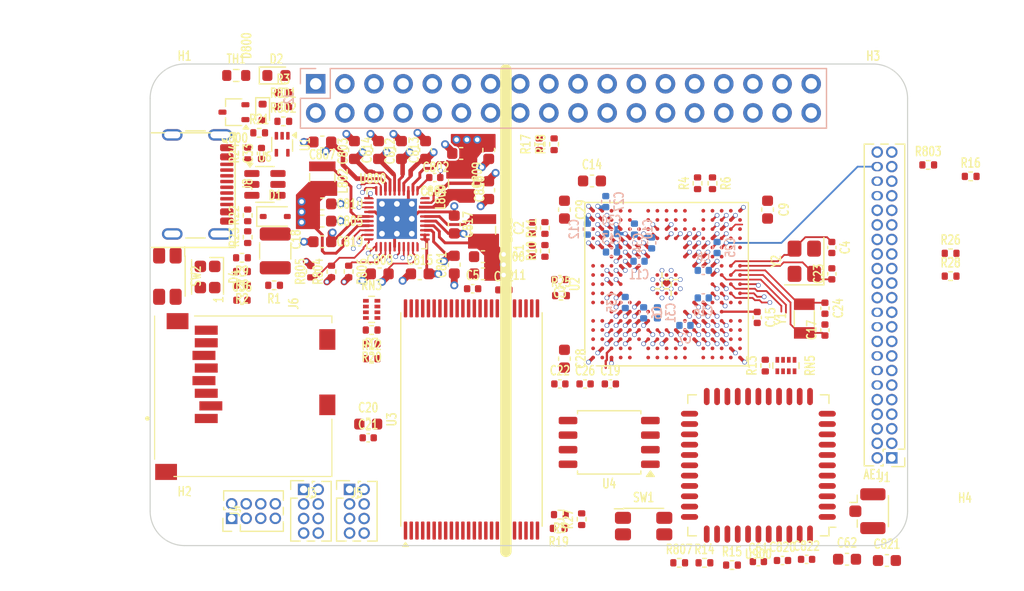
<source format=kicad_pcb>
(kicad_pcb (version 20241229) (generator "pcbnew") (generator_version "9.0")
  (layers (0 "F.Cu" signal) (4 "In1.Cu" power) (6 "In2.Cu" power) (2 "B.Cu" signal) (13 "F.Paste" user) (15 "B.Paste" user) (5 "F.SilkS" user "F.Silkscreen") (7 "B.SilkS" user "B.Silkscreen") (1 "F.Mask" user) (3 "B.Mask" user) (25 "Edge.Cuts" user))
  (net 0 "")
  (net 1 "/cpu/ddr_vref")
  (net 2 "/cpu/ddr_cal")
  (net 3 "/cpu/hse-in")
  (net 4 "/cpu/lse-in")
  (net 5 "/cpu/hse-out")
  (net 6 "/cpu/lse-out")
  (net 7 "/cpu/vddout25")
  (net 8 "Net-(U2E-RTUNE)")
  (net 9 "SDIO0-CD")
  (net 10 "USBC-D-")
  (net 12 "USBB-D-")
  (net 13 "USBA-D+")
  (net 14 "unconnected-(U2E-RTCK-PadN4)")
  (net 15 "SDIO0-DAT3")
  (net 17 "Net-(U3-~{WP})")
  (net 18 "SDIO0-CMD")
  (net 19 "SDIO0-CLK")
  (net 20 "QIO0")
  (net 21 "QCS")
  (net 22 "USB_DET")
  (net 23 "NAND_NCS")
  (net 25 "QIO3")
  (net 26 "NAND_CLE")
  (net 27 "QIO2")
  (net 28 "QSCK")
  (net 29 "NAND_ALE")
  (net 30 "NAND_RE")
  (net 31 "SDIO0-DAT2")
  (net 32 "CAN-RX")
  (net 33 "NAND_IO02")
  (net 35 "USBB-D+")
  (net 36 "SDIO0-DAT1")
  (net 37 "NAND_IO07")
  (net 38 "SSC-TD")
  (net 39 "CAN-TX")
  (net 40 "SDIO1-DAT3")
  (net 41 "/PMIC/sw1")
  (net 42 "GND")
  (net 43 "USB0-D+")
  (net 44 "USB0-D-")
  (net 45 "USB1-D+")
  (net 46 "USB1-D-")
  (net 47 "/PMIC/vddbu")
  (net 48 "SSC-TK")
  (net 49 "LCD-VSYNC")
  (net 50 "LCD-D22")
  (net 52 "LCD-DE")
  (net 53 "SDIO1-CMD")
  (net 54 "USBC-D+")
  (net 55 "BT-UART-CTS")
  (net 56 "LCD-CLK")
  (net 57 "QIO1")
  (net 59 "LCD-HSYNC")
  (net 60 "LCD-D23")
  (net 61 "LCD-D21")
  (net 63 "SDIO1-DAT0")
  (net 64 "SDIO0-DAT0")
  (net 65 "NAND_RDY")
  (net 66 "SDIO1-DAT2")
  (net 68 "USBA-D-")
  (net 69 "VDD_3V3")
  (net 70 "VDD_CORE")
  (net 71 "SDIO1-CLK")
  (net 73 "RMII-TXEN")
  (net 74 "RMII-TX0")
  (net 75 "RMII-MDIO")
  (net 76 "RMII-RXER")
  (net 77 "RMII-MDC")
  (net 78 "RMII-RXDV")
  (net 79 "SDIO1-DAT1")
  (net 80 "SSC-RD")
  (net 81 "RMII-TXCK")
  (net 82 "SSC-TF")
  (net 83 "RMII-RX1")
  (net 84 "RMII-RX0")
  (net 85 "RMII-TX1")
  (net 86 "LCD-D6")
  (net 87 "LCD-D15")
  (net 88 "LCD-D4")
  (net 89 "CAN0-TX")
  (net 90 "LCD-D11")
  (net 91 "LCD-D10")
  (net 92 "LCD-D12")
  (net 93 "NAND_IO01")
  (net 94 "LCD-D7")
  (net 95 "LCD-D2")
  (net 96 "LCD-D14")
  (net 97 "LCD-D20")
  (net 98 "LCD-D18")
  (net 99 "LCD-D19")
  (net 100 "LCD-D3")
  (net 101 "LCD-D5")
  (net 102 "CAN0-RX")
  (net 103 "LCD-D13")
  (net 104 "/PMIC/sw2")
  (net 105 "VIN")
  (net 106 "VDD_DRAM")
  (net 107 "IPS")
  (net 108 "/PMIC/ac_det")
  (net 109 "PMIC-IRQ")
  (net 110 "PON")
  (net 111 "~{PMIC_RST}")
  (net 112 "Net-(U800-REFBP)")
  (net 113 "/PMIC/sw3")
  (net 114 "Net-(U800-LBI)")
  (net 115 "Net-(U800-ISET)")
  (net 116 "PMIC_SHDN")
  (net 117 "+3V3")
  (net 118 "RSB-SDA")
  (net 120 "TOUCH-XL")
  (net 121 "TOUCH-XR")
  (net 122 "TOUCH-YU")
  (net 124 "RSB-SCK")
  (net 125 "LCD_RESET")
  (net 128 "TOUCH-YD")
  (net 130 "LCD_BL")
  (net 132 "BAT_NTC")
  (net 133 "GPIO3")
  (net 134 "I2C-SCL")
  (net 135 "UART0-RX")
  (net 137 "SPI1-CLK")
  (net 138 "GPIO2")
  (net 139 "SPI1-MISO")
  (net 140 "GPIOA4")
  (net 141 "GPIOA1")
  (net 143 "GPIO1")
  (net 144 "SPI1-MOSI")
  (net 146 "GPIO4")
  (net 147 "UART0-TX")
  (net 148 "GPIOA2")
  (net 149 "UART1-RX")
  (net 150 "UART1-TX")
  (net 151 "I2C-SDA")
  (net 152 "GPIOA5")
  (net 153 "SPI-CS")
  (net 154 "UART2-TX")
  (net 155 "VBAT")
  (net 156 "BAT_GND")
  (net 157 "ACIN")
  (net 158 "UART2-RX")
  (net 159 "GPIOA3")
  (net 160 "RGMII-RX2")
  (net 161 "RGMII-RX3")
  (net 162 "RGMII-TX2")
  (net 163 "RGMII-TX3")
  (net 165 "USB2-D-")
  (net 166 "USB2-D+")
  (net 170 "LED_RED")
  (net 171 "Net-(D4-RK)")
  (net 172 "Net-(D4-GK)")
  (net 173 "VBUS")
  (net 174 "/IO/cc2")
  (net 175 "Net-(D2-K)")
  (net 176 "PMIC-BTN")
  (net 177 "SPI-CLK")
  (net 178 "SPI-MISO")
  (net 179 "SPI-MOSI")
  (net 180 "/IO/usb-a-")
  (net 181 "/IO/usb-a+")
  (net 182 "Net-(AE1-A)")
  (net 183 "WL_REG_ON")
  (net 184 "BT_DISABLE")
  (net 185 "WL_HOST_WAKE")
  (net 186 "AP_WAKE_BT")
  (net 187 "BT_WAKE_AP")
  (net 188 "LED_GREEN")
  (net 189 "LED_BLUE")
  (net 190 "Net-(D4-BK)")
  (net 191 "Net-(U800-~{STAT})")
  (net 192 "Net-(SW2-A)")
  (net 193 "PMIC-CHGLEV")
  (net 194 "PMC_AUX_PWR")
  (net 195 "PMIC-LBO")
  (net 197 "VDD_AUX2")
  (net 198 "VDD_AUX1")
  (net 199 "VDD_ANA")
  (net 200 "VDD_FUSE")
  (net 201 "Net-(U900-SDIO_CLK)")
  (net 202 "BT-UART-TXD")
  (net 204 "/PMIC/pmic_pwrhld")
  (net 205 "/IO/cc1")
  (net 208 "/cpu/vddbu")
  (net 209 "NAND_IO00")
  (net 210 "NAND_IO04")
  (net 211 "NAND_IO05")
  (net 212 "NAND_IO03")
  (net 213 "NAND_IO06")
  (net 214 "NAND_WE")
  (net 216 "BT-UART-RXD")
  (net 217 "BT-UART-RTS")
  (footprint "Capacitor_SMD:C_0603_1608Metric" (layer "F.Cu") (at 129.5 69 -90)
    (property "Reference" "C816")
    (property "Value" "4.7uF")
  )
  (footprint "Resistor_SMD:R_0402_1005Metric" (layer "F.Cu") (at 111.6 63)
    (property "Reference" "R802")
    (property "Value" "47k")
  )
  (footprint "Capacitor_SMD:C_0402_1005Metric" (layer "F.Cu") (at 108 78.6)
    (property "Reference" "C36")
    (property "Value" "1uF")
  )
  (footprint "Capacitor_SMD:C_0603_1608Metric" (layer "F.Cu") (at 129.5 65.5 -90)
    (property "Reference" "C809")
    (property "Value" "10uF")
  )
  (footprint "Capacitor_SMD:C_0603_1608Metric" (layer "F.Cu") (at 117.8 65.5 90)
    (property "Reference" "C803")
    (property "Value" "4.7uF")
  )
  (footprint "Resistor_SMD:R_0402_1005Metric" (layer "F.Cu") (at 108.5 71.2 90)
    (property "Reference" "R22")
    (property "Value" "5.1K")
  )
  (footprint "Capacitor_SMD:C_0603_1608Metric" (layer "F.Cu") (at 136.1 70.7 -90)
    (property "Reference" "C29")
    (property "Value" "4.7uF")
  )
  (footprint "Resistor_SMD:R_0402_1005Metric" (layer "F.Cu") (at 169.75 76.5)
    (property "Reference" "R28")
    (property "Value" "47k")
  )
  (footprint "Capacitor_SMD:C_0603_1608Metric" (layer "F.Cu") (at 160.725 101.19)
    (property "Reference" "C62")
    (property "Value" "4.7uF")
  )
  (footprint "Capacitor_SMD:C_0402_1005Metric" (layer "F.Cu") (at 109.7 65.8 90)
    (property "Reference" "C33")
    (property "Value" "100nF")
  )
  (footprint "Resistor_SMD:R_0402_1005Metric" (layer "F.Cu") (at 108.5 73.1 90)
    (property "Reference" "R23")
    (property "Value" "2.2K")
  )
  (footprint "Capacitor_SMD:C_0402_1005Metric" (layer "F.Cu") (at 157.2 101.2)
    (property "Reference" "C822")
    (property "Value" "100nF")
  )
  (footprint "Connector_PinHeader_1.27mm:PinHeader_2x04_P1.27mm_Vertical" (layer "F.Cu") (at 117.375 95.1)
    (property "Reference" "J5")
    (property "Value" "Conn_01x08")
  )
  (footprint "Capacitor_SMD:C_0402_1005Metric" (layer "F.Cu") (at 133.3 72.3 90)
    (property "Reference" "C2")
    (property "Value" "100nF")
  )
  (footprint "Resistor_SMD:R_0402_1005Metric" (layer "F.Cu") (at 110.8 77.3 180)
    (property "Reference" "R1")
    (property "Value" "180")
  )
  (footprint "Capacitor_SMD:C_0603_1608Metric" (layer "F.Cu") (at 127.1 65.8 180)
    (property "Reference" "C804")
    (property "Value" "10uF")
  )
  (footprint "Resistor_SMD:R_0402_1005Metric" (layer "F.Cu") (at 148.3 101.5)
    (property "Reference" "R14")
    (property "Value" "33k")
  )
  (footprint "Capacitor_SMD:C_0402_1005Metric" (layer "F.Cu") (at 152.9 80.1 -90)
    (property "Reference" "C15")
    (property "Value" "100nF")
  )
  (footprint "Resistor_SMD:R_0402_1005Metric" (layer "F.Cu") (at 111.6 60.5)
    (property "Reference" "R3")
    (property "Value" "2.2k")
  )
  (footprint "Resistor_SMD:R_0402_1005Metric" (layer "F.Cu") (at 149 68.4 -90)
    (property "Reference" "R6")
    (property "Value" "5.62k")
  )
  (footprint "Capacitor_SMD:C_0402_1005Metric" (layer "F.Cu") (at 130.82 77.7)
    (property "Reference" "C32")
    (property "Value" "100nF")
  )
  (footprint "Inductor_SMD:L_Wuerth_MAPI-2510" (layer "F.Cu") (at 127.1 68.4 90)
    (property "Reference" "L800")
    (property "Value" "2.2uH")
  )
  (footprint "LED_SMD:LED_0603_1608Metric" (layer "F.Cu") (at 111 59)
    (property "Reference" "D2")
    (property "Value" "LED_Small")
  )
  (footprint "Capacitor_SMD:C_0603_1608Metric" (layer "F.Cu") (at 138.5 68.2)
    (property "Reference" "C14")
    (property "Value" "4.7uF")
  )
  (footprint "microchip:SAM9X60D1G" (layer "F.Cu") (at 145 77.2 90)
    (property "Reference" "U2")
    (property "Value" "SAM9X60D1G")
  )
  (footprint "Resistor_SMD:R_0402_1005Metric" (layer "F.Cu") (at 146.1 101.5)
    (property "Reference" "R807")
    (property "Value" "24")
  )
  (footprint "Resistor_SMD:R_0402_1005Metric" (layer "F.Cu") (at 135.7 97.3 180)
    (property "Reference" "R5")
    (property "Value" "50k")
  )
  (footprint "Capacitor_SMD:C_0603_1608Metric" (layer "F.Cu") (at 126.5 75.5 -90)
    (property "Reference" "C801")
    (property "Value" "4.7uF")
  )
  (footprint "Capacitor_SMD:C_0402_1005Metric" (layer "F.Cu") (at 159.4 76.3 90)
    (property "Reference" "C23")
    (property "Value" "C_Small")
  )
  (footprint "Resistor_SMD:R_0603_1608Metric" (layer "F.Cu") (at 107.5 59)
    (property "Reference" "TH1")
    (property "Value" "Thermistor_NTC")
  )
  (footprint "Inductor_SMD:L_Wuerth_MAPI-2510" (layer "F.Cu") (at 129 72.5 -90)
    (property "Reference" "L801")
    (property "Value" "2.2uH")
  )
  (footprint "Package_TO_SOT_SMD:SOT-23-6" (layer "F.Cu") (at 110 68.5)
    (property "Reference" "U6")
    (property "Value" "USBLC6-2P6")
  )
  (footprint "Capacitor_SMD:C_0402_1005Metric" (layer "F.Cu") (at 128.1 77.6)
    (property "Reference" "C5")
    (property "Value" "100nF")
  )
  (footprint "MountingHole:MountingHole_2.7mm_M2.5" (layer "F.Cu") (at 103 61)
    (property "Reference" "H1")
    (property "Value" "MountingHole")
  )
  (footprint "Package_SO:SOIC-8_5.3x5.3mm_P1.27mm" (layer "F.Cu") (at 140 91 180)
    (property "Reference" "U4")
    (property "Value" "W25Q128JVS")
  )
  (footprint "Connector_PinHeader_1.27mm:PinHeader_2x22_P1.27mm_Vertical" (layer "F.Cu") (at 164.625 92.35 180)
    (property "Reference" "J1")
    (property "Value" "Conn_02x22_Odd_Even")
  )
  (footprint "Capacitor_SMD:C_0402_1005Metric" (layer "F.Cu") (at 135.7 76.8 180)
    (property "Reference" "C3")
    (property "Value" "22pF")
  )
  (footprint "Capacitor_SMD:C_0603_1608Metric" (layer "F.Cu") (at 115 64.8 180)
    (property "Reference" "C807")
    (property "Value" "4.7uF")
  )
  (footprint "Resistor_SMD:R_0402_1005Metric" (layer "F.Cu") (at 150.7 101.7)
    (property "Reference" "R15")
    (property "Value" "33k")
  )
  (footprint "Capacitor_SMD:C_0603_1608Metric" (layer "F.Cu") (at 123.5 76.3 180)
    (property "Reference" "C815")
    (property "Value" "4.7uF")
  )
  (footprint "Capacitor_SMD:C_1210_3225Metric" (layer "F.Cu") (at 110.9 74.3 -90)
    (property "Reference" "C18")
    (property "Value" "CPH3225")
  )
  (footprint "Resistor_SMD:R_0402_1005Metric" (layer "F.Cu") (at 147.7 68.4 90)
    (property "Reference" "R4")
    (property "Value" "47k")
  )
  (footprint "Resistor_SMD:R_0402_1005Metric" (layer "F.Cu") (at 167.8 66.8)
    (property "Reference" "R803")
    (property "Value" "47k")
  )
  (footprint "Connector_PinHeader_1.27mm:PinHeader_2x04_P1.27mm_Vertical" (layer "F.Cu") (at 113.375 95.1)
    (property "Reference" "J3")
    (property "Value" "Conn_01x08")
  )
  (footprint "Capacitor_SMD:C_0603_1608Metric" (layer "F.Cu") (at 126.5 72 90)
    (property "Reference" "C817")
    (property "Value" "4.7uF")
  )
  (footprint "Capacitor_SMD:C_0603_1608Metric" (layer "F.Cu") (at 119.9 65.5 90)
    (property "Reference" "C814")
    (property "Value" "2.2uF")
  )
  (footprint "Diode_SMD:D_SOD-523" (layer "F.Cu") (at 109.8 62.2 -90)
    (property "Reference" "D800")
    (property "Value" "D_Schottky")
  )
  (footprint "Resistor_SMD:R_0402_1005Metric" (layer "F.Cu") (at 108 77.3 180)
    (property "Reference" "R2")
    (property "Value" "180")
  )
  (footprint "Resistor_SMD:R_0402_1005Metric" (layer "F.Cu") (at 117.3 76.1 -90)
    (property "Reference" "R806")
    (property "Value" "2.4k")
  )
  (footprint "Package_DFN_QFN:TQFN-40-1EP_5x5mm_P0.4mm_EP3.5x3.5mm_ThermalVias" (layer "F.Cu") (at 121.5 71.5 -90)
    (property "Reference" "U800")
    (property "Value" "ACT8945A")
  )
  (footprint "Capacitor_SMD:C_0402_1005Metric" (layer "F.Cu") (at 133.3 74.300001 90)
    (property "Reference" "C1")
    (property "Value" "100nF")
  )
  (footprint "Resistor_SMD:R_0402_1005Metric" (layer "F.Cu") (at 153.6 84.3 90)
    (property "Reference" "R13")
    (property "Value" "33k")
  )
  (footprint "Button_Switch_SMD:SW_SPST_EVQP7C" (layer "F.Cu") (at 143 98.3)
    (property "Reference" "SW1")
    (property "Value" "SW_SPST")
  )
  (footprint "Resistor_SMD:R_0402_1005Metric" (layer "F.Cu") (at 171.5 67.8)
    (property "Reference" "R16")
    (property "Value" "47k")
  )
  (footprint "Resistor_SMD:R_0402_1005Metric" (layer "F.Cu") (at 169.75 74.51)
    (property "Reference" "R26")
    (property "Value" "47k")
  )
  (footprint "Resistor_SMD:R_0402_1005Metric" (layer "F.Cu") (at 114 76.1 -90)
    (property "Reference" "R805")
    (property "Value" "1.5M")
  )
  (footprint "Resistor_SMD:R_0402_1005Metric" (layer "F.Cu") (at 134.4 74.3 90)
    (property "Reference" "R10")
    (property "Value" "4.7k")
  )
  (footprint "Inductor_SMD:L_Wuerth_MAPI-2510" (layer "F.Cu") (at 115 67.9 -90)
    (property "Reference" "L802")
    (property "Value" "2.2uH")
  )
  (footprint "MountingHole:MountingHole_2.7mm_M2.5" (layer "F.Cu") (at 163 61)
    (property "Reference" "H3")
    (property "Value" "MountingHole")
  )
  (footprint "Capacitor_SMD:C_0603_1608Metric" (layer "F.Cu") (at 129 76.3 180)
    (property "Reference" "C811")
    (property "Value" "10uF")
  )
  (footprint "Capacitor_SMD:C_0402_1005Metric" (layer "F.Cu") (at 158.8 79.3 -90)
    (property "Reference" "C24")
    (property "Value" "C_Small")
  )
  (footprint "led:LED_RGB_Optosupply_OSTB0805C1E-A-0.8T" (layer "F.Cu") (at 105 76.575 -90)
    (property "Reference" "D4")
    (property "Value" "LED_BAGR")
  )
  (footprint "Capacitor_SMD:C_0603_1608Metric" (layer "F.Cu") (at 129 74.8 180)
    (property "Reference" "C806")
    (property "Value" "10uF")
  )
  (footprint "Resistor_SMD:R_0402_1005Metric" (layer "F.Cu") (at 108 74.9 180)
    (property "Reference" "R9")
    (property "Value" "50k")
  )
  (footprint "Diode_SMD:D_SOD-323" (layer "F.Cu") (at 110.9 71.3)
    (property "Reference" "D1")
    (property "Value" "D_Schottky_Small")
  )
  (footprint "Button_Switch_SMD:SW_SPST_EVQP7C" (layer "F.Cu") (at 101.5 76.5 -90)
    (property "Reference" "SW2")
    (property "Value" "SW_SPST")
  )
  (footprint "Capacitor_SMD:C_0603_1608Metric" (layer "F.Cu") (at 115 70.2)
    (property "Reference" "C810")
    (property "Value" "10uF")
  )
  (footprint "Resistor_SMD:R_0402_1005Metric" (layer "F.Cu") (at 109.5 64)
    (property "Reference" "R21")
    (property "Value" "1M")
  )
  (footprint "Resistor_SMD:R_0402_1005Metric" (layer "F.Cu") (at 115.8 76.1 90)
    (property "Reference" "R804")
    (property "Value" "2.2M")
  )
  (footprint "Connector_PinHeader_1.27mm:PinHeader_2x04_P1.27mm_Vertical" (layer "F.Cu") (at 107.1 97.625 90)
    (property "Reference" "J4")
    (property "Value" "Conn_01x08")
  )
  (footprint "Crystal:Crystal_SMD_3215-2Pin_3.2x1.5mm" (layer "F.Cu") (at 157 80.2 90)
    (property "Reference" "Y1")
    (property "Value" "32.768kHz")
  )
  (footprint "Resistor_SMD:R_0402_1005Metric" (layer "F.Cu") (at 135.8 78.2)
    (property "Reference" "R25")
    (property "Value" "20k")
  )
  (footprint "Resistor_SMD:R_0402_1005Metric" (layer "F.Cu") (at 135.6 98.5 180)
    (property "Reference" "R19")
    (property "Value" "50k")
  )
  (footprint "Capacitor_SMD:C_0603_1608Metric" (layer "F.Cu") (at 120 76.3 180)
    (property "Reference" "C808")
    (property "Value" "10uF")
  )
  (footprint "Capacitor_SMD:C_0402_1005Metric" (layer "F.Cu") (at 153 101.4)
    (property "Reference" "C61")
    (property "Value" "100nF")
  )
  (footprint "Capacitor_SMD:C_0603_1608Metric" (layer "F.Cu") (at 153.8 70.7 -90)
    (property "Reference" "C9")
    (property "Value" "4.7uF")
  )
  (footprint "Capacitor_SMD:C_0402_1005Metric" (layer "F.Cu") (at 137.9 85.9)
    (property "Reference" "C26")
    (property "Value" "100nF")
  )
  (footprint "Resistor_SMD:R_0402_1005Metric" (layer "F.Cu") (at 137.6 97.7 90)
    (property "Reference" "R27")
    (property "Value" "50k")
  )
  (footprint "Resistor_SMD:R_Array_Concave_4x0402" (layer "F.Cu") (at 155.4 84.3 -90)
    (property "Reference" "RN5")
    (property "Value" "33k")
  )
  (footprint "Package_TO_SOT_SMD:SOT-323_SC-70" (layer "F.Cu") (at 107.3 62.2 180)
    (property "Reference" "Q800")
    (property "Value" "BSS84")
  )
  (footprint "Capacitor_SMD:C_0402_1005Metric" (layer "F.Cu") (at 155.1 101.3)
    (property "Reference" "C820")
    (property "Value" "100nF")
  )
  (footprint "Resistor_SMD:R_0402_1005Metric" (layer "F.Cu") (at 119.3 83.7)
    (property "Reference" "R12")
    (property "Value" "8.2k")
  )
  (footprint "Resistor_SMD:R_0402_1005Metric" (layer "F.Cu") (at 108.5 65.8 90)
    (property "Reference" "R24")
    (property "Value" "5.1K")
  )
  (footprint "Capacitor_SMD:C_0603_1608Metric" (layer "F.Cu") (at 115 73.5 180)
    (property "Reference" "C819")
    (property "Value" "4.7uF")
  )
  (footprint "Capacitor_SMD:C_0402_1005Metric" (layer "F.Cu") (at 158.8 81.2 90)
    (property "Reference" "C17")
    (property "Value" "C_Small")
  )
  (footprint "Crystal:Crystal_SMD_3225-4Pin_3.2x2.5mm" (layer "F.Cu") (at 157 75.2 90)
    (property "Reference" "Y2")
    (property "Value" "24MHz")
  )
  (footprint "gct:MEM20610118800A" (layer "F.Cu") (at 104.8875 81.215 -90)
    (property "Reference" "J6")
    (property "Value" "Micro_SD_Card_Det" (hide yes))
  )
  (footprint "Connector_Coaxial:U.FL_Hirose_U.FL-R-SMT-1_Vertical" (layer "F.Cu") (at 162.5 97)
    (property "Reference" "AE1")
    (property "Value" "Antenna_Shield")
  )
  (footprint "Resistor_SMD:R_0402_1005Metric" (layer "F.Cu") (at 108 76.1 180)
    (property "Reference" "R8")
    (property "Value" "180")
  )
  (footprint "Resistor_SMD:R_0402_1005Metric" (layer "F.Cu") (at 119.3 81.2 180)
    (property "Reference" "R7")
    (property "Value" "50k")
  )
  (footprint "Capacitor_SMD:C_0603_1608Metric" (layer "F.Cu") (at 115 71.7)
    (property "Reference" "C805")
    (property "Value" "10uF")
  )
  (footprint "Package_SO:TSOP-I-48_18.4x12mm_P0.5mm" (layer "F.Cu") (at 128 89 90)
    (property "Reference" "U3")
    (property "Value" "nand-flash-tsop48")
  )
  (footprint "Capacitor_SMD:C_0402_1005Metric" (layer "F.Cu") (at 135.7 85.9)
    (property "Reference" "C22")
    (property "Value" "100nF")
  )
  (footprint "Capacitor_SMD:C_0603_1608Metric" (layer "F.Cu") (at 136.1 83.7 -90)
    (property "Reference" "C28")
    (property "Value" "4.7uF")
  )
  (footprint "Package_TO_SOT_SMD:Texas_R-PDSO-N5_DRL-5" (layer "F.Cu") (at 111.5 65 -90)
    (property "Reference" "U1")
    (property "Value" "74AUP1G17")
  )
  (footprint "Capacitor_SMD:C_0402_1005Metric" (layer "F.Cu") (at 140.1 85.9)
    (property "Reference" "C19")
    (property "Value" "100nF")
  )
  (footprint "MountingHole:MountingHole_2.7mm_M2.5" (layer "F.Cu") (at 171 99.5)
    (property "Reference" "H4")
    (property "Value" "MountingHole")
  )
  (footprint "Capacitor_SMD:C_0402_1005Metric" (layer "F.Cu") (at 124.8 67.9)
    (property "Reference" "C802")
    (property "Value" "47nF")
  )
  (footprint "Capacitor_SMD:C_0402_1005Metric" (layer "F.Cu") (at 159.4 74 -90)
    (property "Reference" "C4")
    (property "Value" "C_Small")
  )
  (footprint "MountingHole:MountingHole_2.7mm_M2.5" (layer "F.Cu") (at 103 97)
    (property "Reference" "H2")
    (property "Value" "MountingHole")
  )
  (footprint "Capacitor_SMD:C_0603_1608Metric" (layer "F.Cu") (at 124 65.5 90)
    (property "Reference" "C813")
    (property "Value" "4.7uF")
  )
  (footprint "Resistor_SMD:R_Array_Concave_4x0402" (layer "F.Cu") (at 119.3 79.4)
    (property "Reference" "RN3")
    (property "Value" "68k")
  )
  (footprint "Resistor_SMD:R_0402_1005Metric" (layer "F.Cu") (at 133.9 65 90)
    (property "Reference" "R17")
    (property "Value" "1.8k")
  )
  (footprint "Capacitor_SMD:C_0402_1005Metric" (layer "F.Cu") (at 119 90.6)
    (property "Reference" "C21")
    (property "Value" "100nF")
  )
  (footprint "Resistor_SMD:R_0402_1005Metric" (layer "F.Cu") (at 119.3 82.4 180)
    (property "Reference" "R20")
    (property "Value" "50k")
  )
  (footprint "Resistor_SMD:R_0402_1005Metric" (layer "F.Cu") (at 134.399999 72.3 90)
    (property "Reference" "R11")
    (property "Value" "4.7k")
  )
  (footprint "Resistor_SMD:R_0402_1005Metric" (layer "F.Cu") (at 111.6 61.71)
    (property "Reference" "R801")
    (property "Value" "47k")
  )
  (footprint "Capacitor_SMD:C_0603_1608Metric" (layer "F.Cu") (at 164.2 101.3)
    (property "Reference" "C821")
    (property "Value" "4.7uF")
  )
  (footprint "sdio:lga44_12x12mm_P0.9" (layer "F.Cu") (at 153 93 180)
    (property "Reference" "U900")
    (property "Value" "RTL8723BS")
  )
  (footprint "Capacitor_SMD:C_0603_1608Metric" (layer "F.Cu") (at 121.9 65.5 90)
    (property "Reference" "C812")
    (property "Value" "4.7uF")
  )
  (footprint "Capacitor_SMD:C_0603_1608Metric" (layer "F.Cu") (at 119 89.4)
    (property "Reference" "C20")
    (property "Value" "4.7uF")
  )
  (footprint "Resistor_SMD:R_0402_1005Metric" (layer "F.Cu") (at 135.2 65 90)
    (property "Reference" "R18")
    (property "Value" "1.8k")
  )
  (footprint "Connector_USB:USB_C_Receptacle_GCT_USB4105-xx-A_16P_TopMnt_Horizontal" (layer "F.Cu") (at 103 68.5 -90)
    (property "Reference" "J8")
    (property "Value" "USB_C_Receptacle_USB2.0_16P")
  )
  (footprint "Capacitor_SMD:C_0402_1005Metric" (layer "B.Cu") (at 143.7 73.6 -90)
    (property "Reference" "C34")
    (property "Value" "100nF")
  )
  (footprint "Capacitor_SMD:C_0402_1005Metric" (layer "B.Cu") (at 138.1 72.4 -90)
    (property "Reference" "C12")
    (property "Value" "100nF")
  )
  (footprint "Capacitor_SMD:C_0402_1005Metric" (layer "B.Cu") (at 139.7 70 90)
    (property "Reference" "C27")
    (property "Value" "100nF")
  )
  (footprint "Capacitor_SMD:C_0402_1005Metric" (layer "B.Cu") (at 148.2 78.4)
    (property "Reference" "C16")
    (property "Value" "100nF")
  )
  (footprint "Capacitor_SMD:C_0402_1005Metric" (layer "B.Cu") (at 141.4 78.8 -90)
    (property "Reference" "C35")
    (property "Value" "100nF")
  )
  (footprint "Capacitor_SMD:C_0402_1005Metric" (layer "B.Cu") (at 142.2 72.4 90)
    (property "Reference" "C10")
    (property "Value" "100nF")
  )
  (footprint "Capacitor_SMD:C_0402_1005Metric" (layer "B.Cu") (at 146.6 80.8)
    (property "Reference" "C7")
    (property "Value" "100nF")
  )
  (footprint "Capacitor_SMD:C_0402_1005Metric" (layer "B.Cu") (at 143 79.7 90)
    (property "Reference" "C6")
    (property "Value" "100nF")
  )
  (footprint "Capacitor_SMD:C_0402_1005Metric" (layer "B.Cu") (at 140.2 74.4 180)
    (property "Reference" "C13")
    (property "Value" "100nF")
  )
  (footprint "Capacitor_SMD:C_0402_1005Metric" (layer "B.Cu") (at 140.2 72.8 180)
    (property "Reference" "C30")
    (property "Value" "100nF")
  )
  (footprint "Capacitor_SMD:C_0402_1005Metric" (layer "B.Cu") (at 148.2 76 180)
    (property "Reference" "C8")
    (property "Value" "100nF")
  )
  (footprint "Connector_PinHeader_2.54mm:PinHeader_2x18_P2.54mm_Vertical" (layer "B.Cu") (at 114.425 59.725 -90)
    (property "Reference" "J2")
    (property "Value" "Conn_02x18_Odd_Even")
  )
  (footprint "Capacitor_SMD:C_0402_1005Metric" (layer "B.Cu") (at 149.4 74 90)
    (property "Reference" "C25")
    (property "Value" "2.2uF")
  )
  (footprint "Capacitor_SMD:C_0402_1005Metric" (layer "B.Cu") (at 144.2 79.7 90)
    (property "Reference" "C31")
    (property "Value" "100nF")
  )
  (footprint "Capacitor_SMD:C_0402_1005Metric" (layer "B.Cu") (at 142.6 75.2)
    (property "Reference" "C11")
    (property "Value" "100nF")
  )
  (gr_line (start 107.4 74) (end 107.4 64) (stroke (width 0.127)) (layer "F.SilkS"))
  (gr_line (start 144.6 76.800001) (end 145.399999 76.800001) (stroke (width 0.127)) (layer "F.SilkS"))
  (gr_line (start 107.4 64) (end 100 64) (stroke (width 0.127)) (layer "F.SilkS"))
  (gr_line (start 145.399999 77.6) (end 145.4 78.4) (stroke (width 0.127)) (layer "F.SilkS"))
  (gr_line (start 145.399999 77.6) (end 144.6 77.6) (stroke (width 0.127)) (layer "F.SilkS"))
  (gr_line (start 131 58.5) (end 131 100.5) (stroke (width 1)) (layer "F.SilkS"))
  (gr_line (start 145.399999 76.800001) (end 146.2 76.8) (stroke (width 0.127)) (layer "F.SilkS"))
  (gr_line (start 100 74) (end 107.4 74) (stroke (width 0.127)) (layer "F.SilkS"))
  (gr_line (start 145.399999 76.800001) (end 145.399999 77.6) (stroke (width 0.127)) (layer "F.SilkS"))
  (gr_line (start 144.6 77.6) (end 144.599999 76) (stroke (width 0.127)) (layer "F.SilkS"))
  (gr_line (start 144.6 77.6) (end 143.8 77.600001) (stroke (width 0.127)) (layer "F.SilkS"))
  (gr_line (start 100 97) (end 100 61) (stroke (width 0.1)) (layer "Edge.Cuts"))
  (gr_arc (start 103 100) (mid 100.87868 99.12132) (end 100 97) (stroke (width 0.1)) (layer "Edge.Cuts"))
  (gr_arc (start 163 58) (mid 165.12132 58.87868) (end 166 61) (stroke (width 0.1)) (layer "Edge.Cuts"))
  (gr_arc (start 166 97) (mid 165.12132 99.12132) (end 163 100) (stroke (width 0.1)) (layer "Edge.Cuts"))
  (gr_line (start 166 61) (end 166 97) (stroke (width 0.1)) (layer "Edge.Cuts"))
  (gr_line (start 103 100) (end 163 100) (stroke (width 0.1)) (layer "Edge.Cuts"))
  (gr_arc (start 100 61) (mid 100.87868 58.87868) (end 103 58) (stroke (width 0.1)) (layer "Edge.Cuts"))
  (gr_line (start 103 58) (end 163 58) (stroke (width 0.1)) (layer "Edge.Cuts"))
  (segment (start 140.2 78) (end 139.8 78.4) (width 0.2) (layer "F.Cu") (net 2))
  (via (at 139.8 78.4) (size 0.4) (drill 0.3) (layers "F.Cu" "B.Cu") (net 2))
  (segment (start 151 75.2) (end 154.7 75.2) (width 0.154) (layer "F.Cu") (net 3))
  (segment (start 155.6 74.65) (end 156.15 74.1) (width 0.154) (layer "F.Cu") (net 3))
  (segment (start 150.6 75.6) (end 151 75.2) (width 0.154) (layer "F.Cu") (net 3))
  (segment (start 154.7 75.2) (end 155.25 74.65) (width 0.154) (layer "F.Cu") (net 3))
  (segment (start 157.1 73.1) (end 158.98 73.1) (width 0.154) (layer "F.Cu") (net 3))
  (segment (start 156.15 74.05) (end 157.1 73.1) (width 0.154) (layer "F.Cu") (net 3))
  (segment (start 155.25 74.65) (end 155.6 74.65) (width 0.154) (layer "F.Cu") (net 3))
  (segment (start 158.98 73.1) (end 159.4 73.52) (width 0.154) (layer "F.Cu") (net 3))
  (segment (start 156.15 74.1) (end 156.15 74.05) (width 0.154) (layer "F.Cu") (net 3))
  (segment (start 156.549999 81.449999) (end 157 81.449999) (width 0.154) (layer "F.Cu") (net 4))
  (segment (start 155.8 78.8) (end 155.8 80.7) (width 0.154) (layer "F.Cu") (net 4))
  (segment (start 155.8 80.7) (end 156.549999 81.449999) (width 0.154) (layer "F.Cu") (net 4))
  (segment (start 157 81.449999) (end 158.569999 81.449999) (width 0.154) (layer "F.Cu") (net 4))
  (segment (start 158.569999 81.449999) (end 158.8 81.68) (width 0.154) (layer "F.Cu") (net 4))
  (segment (start 153.4 76.4) (end 155.8 78.8) (width 0.154) (layer "F.Cu") (net 4))
  (segment (start 151.4 76.4) (end 153.4 76.4) (width 0.154) (layer "F.Cu") (net 4))
  (segment (start 154.9 75.6) (end 155.2 75.3) (width 0.154) (layer "F.Cu") (net 5))
  (segment (start 157.85 76.3) (end 158.33 76.78) (width 0.154) (layer "F.Cu") (net 5))
  (segment (start 156.85 75.3) (end 157.85 76.3) (width 0.154) (layer "F.Cu") (net 5))
  (segment (start 155.2 75.3) (end 156.85 75.3) (width 0.154) (layer "F.Cu") (net 5))
  (segment (start 151.4 75.6) (end 154.9 75.6) (width 0.154) (layer "F.Cu") (net 5))
  (segment (start 158.33 76.78) (end 159.4 76.78) (width 0.154) (layer "F.Cu") (net 5))
  (segment (start 157.130001 78.82) (end 157 78.950001) (width 0.154) (layer "F.Cu") (net 6))
  (segment (start 158.8 78.82) (end 157.130001 78.82) (width 0.154) (layer "F.Cu") (net 6))
  (segment (start 150.6 76.400001) (end 151.000001 76) (width 0.154) (layer "F.Cu") (net 6))
  (segment (start 151.000001 76) (end 153.6 76) (width 0.154) (layer "F.Cu") (net 6))
  (segment (start 153.6 76) (end 156.550001 78.950001) (width 0.154) (layer "F.Cu") (net 6))
  (segment (start 156.550001 78.950001) (end 157 78.950001) (width 0.154) (layer "F.Cu") (net 6))
  (segment (start 149 75.6) (end 149.4 75.2) (width 0.3) (layer "F.Cu") (net 7))
  (via (at 149.4 75.2) (size 0.4) (drill 0.3) (layers "F.Cu" "B.Cu") (net 7))
  (segment (start 149.000001 72.4) (end 149.4 72.000001) (width 0.2) (layer "F.Cu") (net 10))
  (segment (start 149.4 72.000001) (end 149.4 72) (width 0.2) (layer "F.Cu") (net 10))
  (via (at 149.4 72) (size 0.4) (drill 0.3) (layers "F.Cu" "B.Cu") (net 10))
  (segment (start 150.6 72.399999) (end 150.999999 72) (width 0.145) (layer "F.Cu") (net 13))
  (segment (start 150.999999 72) (end 151.6 72) (width 0.145) (layer "F.Cu") (net 13))
  (segment (start 148.2 81.2) (end 148.6 81.6) (width 0.2) (layer "F.Cu") (net 14))
  (via (at 148.6 81.6) (size 0.4) (drill 0.3) (layers "F.Cu" "B.Cu") (net 14))
  (segment (start 145 81.2) (end 145.4 81.6) (width 0.2) (layer "F.Cu") (net 15))
  (via (at 145.4 81.6) (size 0.4) (drill 0.3) (layers "F.Cu" "B.Cu") (net 15))
  (segment (start 144.6 81.6) (end 144.2 81.200001) (width 0.2) (layer "F.Cu") (net 19))
  (via (at 144.6 81.6) (size 0.4) (drill 0.3) (layers "F.Cu" "B.Cu") (net 19))
  (segment (start 141 77.2) (end 140.6 76.8) (width 0.2) (layer "F.Cu") (net 21))
  (via (at 140.6 76.8) (size 0.4) (drill 0.3) (layers "F.Cu" "B.Cu") (net 21))
  (segment (start 140.2 76.4) (end 139.8 76) (width 0.2) (layer "F.Cu") (net 22))
  (via (at 139.8 76) (size 0.4) (drill 0.3) (layers "F.Cu" "B.Cu") (net 22))
  (segment (start 144.2 82) (end 143.8 82.4) (width 0.2) (layer "F.Cu") (net 36))
  (via (at 143.8 82.4) (size 0.4) (drill 0.3) (layers "F.Cu" "B.Cu") (net 36))
  (segment (start 140.6 76.000001) (end 140.6 76) (width 0.2) (layer "F.Cu") (net 38))
  (segment (start 140.999999 76.4) (end 140.6 76.000001) (width 0.2) (layer "F.Cu") (net 38))
  (via (at 140.6 76) (size 0.4) (drill 0.3) (layers "F.Cu" "B.Cu") (net 38))
  (segment (start 148.2 82) (end 148.6 82.4) (width 0.2) (layer "F.Cu") (net 39))
  (via (at 148.6 82.4) (size 0.4) (drill 0.3) (layers "F.Cu" "B.Cu") (net 39))
  (segment (start 139.4 74) (end 139 73.6) (width 0.3) (layer "F.Cu") (net 42))
  (segment (start 147.4 80.4) (end 147.8 80.8) (width 0.3) (layer "F.Cu") (net 42))
  (segment (start 140.2 72.4) (end 139.8 72) (width 0.3) (layer "F.Cu") (net 42))
  (segment (start 123.1 71.5625) (end 123.1 71.0375) (width 0.127) (layer "F.Cu") (net 42))
  (segment (start 146.6 74.8) (end 147 74.4) (width 0.3) (layer "F.Cu") (net 42))
  (segment (start 114.225 73.5) (end 113.4 73.5) (width 0.6) (layer "F.Cu") (net 42))
  (segment (start 126.325 65.625) (end 125.7 65) (width 0.6) (layer "F.Cu") (net 42))
  (segment (start 143.4 74.8) (end 143 74.4) (width 0.3) (layer "F.Cu") (net 42))
  (segment (start 145 72.399999) (end 145.399999 72) (width 0.3) (layer "F.Cu") (net 42))
  (segment (start 126.175 70.9) (end 126.5 71.225) (width 0.25) (layer "F.Cu") (net 42))
  (segment (start 126.5 71.225) (end 126.5 70.4) (width 0.25) (layer "F.Cu") (net 42))
  (segment (start 129.5 66.4) (end 128.9 67) (width 0.6) (layer "F.Cu") (net 42))
  (segment (start 145 77.2) (end 144.6 76.8) (width 0.4) (layer "F.Cu") (net 42))
  (segment (start 149.800001 71.6) (end 150.2 71.200001) (width 0.2) (layer "F.Cu") (net 42))
  (segment (start 139.4 82.8) (end 139 83.2) (width 0.3) (layer "F.Cu") (net 42))
  (segment (start 139.4 73.2) (end 139 72.8) (width 0.3) (layer "F.Cu") (net 42))
  (segment (start 123.4 70.9) (end 122.8 71.5) (width 0.25) (layer "F.Cu") (net 42))
  (segment (start 146.6 74) (end 147 73.6) (width 0.3) (layer "F.Cu") (net 42))
  (segment (start 149.4 76.000001) (end 149.4 76) (width 0.3) (layer "F.Cu") (net 42))
  (segment (start 147.4 74.8) (end 147.8 74.4) (width 0.3) (layer "F.Cu") (net 42))
  (segment (start 125.28 67.9) (end 125.28 67.32) (width 0.127) (layer "F.Cu") (net 42))
  (segment (start 148.2 74.8) (end 148.6 74.4) (width 0.3) (layer "F.Cu") (net 42))
  (segment (start 142.6 74.8) (end 142.2 74.4) (width 0.3) (layer "F.Cu") (net 42))
  (segment (start 149.000001 76.4) (end 149.4 76.000001) (width 0.3) (layer "F.Cu") (net 42))
  (segment (start 140.2 82) (end 139.8 82.4) (width 0.3) (layer "F.Cu") (net 42))
  (segment (start 138.6 74) (end 138.2 73.6) (width 0.3) (layer "F.Cu") (net 42))
  (segment (start 145.399999 72) (end 145.4 72) (width 0.3) (layer "F.Cu") (net 42))
  (segment (start 121.3 73) (end 121.5 72.8) (width 0.25) (layer "F.Cu") (net 42))
  (segment (start 114.225 64.8) (end 113.4 64.8) (width 0.6) (layer "F.Cu") (net 42))
  (segment (start 117.725 64.725) (end 117.1 64.1) (width 0.6) (layer "F.Cu") (net 42))
  (segment (start 119.825 64.725) (end 119.2 64.1) (width 0.6) (layer "F.Cu") (net 42))
  (segment (start 139.4 71.6) (end 139 71.2) (width 0.3) (layer "F.Cu") (net 42))
  (segment (start 113.990001 75.590001) (end 113.6 75.2) (width 0.6) (layer "F.Cu") (net 42))
  (segment (start 147.4 73.2) (end 147.8 72.8) (width 0.3) (layer "F.Cu") (net 42))
  (segment (start 129.5 69.775) (end 129.425 69.775) (width 0.6) (layer "F.Cu") (net 42))
  (segment (start 117.8 64.725) (end 117.725 64.725) (width 0.6) (layer "F.Cu") (net 42))
  (segment (start 148.2 79.6) (end 148.6 80) (width 0.3) (layer "F.Cu") (net 42))
  (segment (start 122.6 76.3) (end 122 76.9) (width 0.6) (layer "F.Cu") (net 42))
  (segment (start 141 73.2) (end 141.4 73.6) (width 0.3) (layer "F.Cu") (net 42))
  (segment (start 142.6 79.6) (end 142.2 80) (width 0.3) (layer "F.Cu") (net 42))
  (segment (start 140.199999 77.2) (end 139.8 76.800001) (width 0.3) (layer "F.Cu") (net 42))
  (segment (start 149 81.2) (end 149.4 81.6) (width 0.3) (layer "F.Cu") (net 42))
  (segment (start 123.9375 70.9) (end 126.175 70.9) (width 0.25) (layer "F.Cu") (net 42))
  (segment (start 124 64.7) (end 123.3 64) (width 0.6) (layer "F.Cu") (net 42))
  (segment (start 149.8 72.4) (end 150.2 72) (width 0.3) (layer "F.Cu") (net 42))
  (segment (start 141.8 74) (end 141.4 73.6) (width 0.3) (layer "F.Cu") (net 42))
  (segment (start 119.225 76.3) (end 119.1 76.3) (width 0.6) (layer "F.Cu") (net 42))
  (segment (start 142.6 78.8) (end 142.2 79.2) (width 0.3) (layer "F.Cu") (net 42))
  (segment (start 138.6 70.8) (end 138.2 70.4) (width 0.3) (layer "F.Cu") (net 42))
  (segment (start 149.800001 77.2) (end 150.2 77.599999) (width 0.3) (layer "F.Cu") (net 42))
  (segment (start 148.2 80.4) (end 148.6 80.8) (width 0.3) (layer "F.Cu") (net 42))
  (segment (start 122.5 69.0625) (end 122.5 69.9) (width 0.25) (layer "F.Cu") (net 42))
  (segment (start 146.6 73.2) (end 147 72.8) (width 0.3) (layer "F.Cu") (net 42))
  (segment (start 151.4 70.8) (end 151.7 70.5) (width 0.3) (layer "F.Cu") (net 42))
  (segment (start 125.28 67.32) (end 125.3 67.3) (width 0.127) (layer "F.Cu") (net 42))
  (segment (start 145 77.2) (end 145.4 76.8) (width 0.4) (layer "F.Cu") (net 42))
  (segment (start 141.8 79.6) (end 141.4 80) (width 0.3) (layer "F.Cu") (net 42))
  (segment (start 147.4 75.6) (end 147.8 75.2) (width 0.3) (layer "F.Cu") (net 42))
  (segment (start 126.5 76.275) (end 126.5 77.3) (width 0.6) (layer "F.Cu") (net 42))
  (segment (start 142.6 75.6) (end 142.2 76) (width 0.3) (layer "F.Cu") (net 42))
  (segment (start 121.3 73.9375) (end 121.3 73) (width 0.25) (layer "F.Cu") (net 42))
  (segment (start 144.600001 82.4) (end 144.6 82.4) (width 0.3) (layer "F.Cu") (net 42))
  (segment (start 150.2 77.599999) (end 150.2 77.6) (width 0.3) (layer "F.Cu") (net 42))
  (segment (start 122.725 76.3) (end 122.6 76.3) (width 0.6) (layer "F.Cu") (net 42))
  (segment (start 149 73.2) (end 149.4 72.8) (width 0.3) (layer "F.Cu") (net 42))
  (segment (start 150.2 71.200001) (end 150.2 71.2) (width 0.2) (layer "F.Cu") (net 42))
  (segment (start 148.2 74) (end 148.6 73.6) (width 0.3) (layer "F.Cu") (net 42))
  (segment (start 115.775 70.2) (end 116.6 70.2) (width 0.25) (layer "F.Cu") (net 42))
  (segment (start 122.5 69.9) (end 122.8 70.2) (width 0.25) (layer "F.Cu") (net 42))
  (segment (start 141 81.2) (end 140.6 81.6) (width 0.3) (layer "F.Cu") (net 42))
  (segment (start 123.9375 70.9) (end 123.4 70.9) (width 0.25) (layer "F.Cu") (net 42))
  (segment (start 150.6 82.8) (end 151 83.2) (width 0.3) (layer "F.Cu") (net 42))
  (segment (start 119.6 70.9) (end 120.2 71.5) (width 0.25) (layer "F.Cu") (net 42))
  (segment (start 147.4 74) (end 147.8 73.6) (width 0.3) (layer "F.Cu") (net 42))
  (segment (start 117.290001 76.609999) (end 116.9 77) (width 0.6) (layer "F.Cu") (net 42))
  (segment (start 147.4 79.6) (end 147.8 80) (width 0.3) (layer "F.Cu") (net 42))
  (segment (start 151.4 83.6) (end 151.8 84) (width 0.3) (layer "F.Cu") (net 42))
  (segment (start 129.5 66.275) (end 129.5 66.4) (width 0.6) (layer "F.Cu") (net 42))
  (segment (start 117.3 76.609999) (end 117.290001 76.609999) (width 0.6) (layer "F.Cu") (net 42))
  (segment (start 119.9 64.725) (end 119.825 64.725) (width 0.6) (layer "F.Cu") (net 42))
  (segment (start 148.2 78.8) (end 148.6 79.2) (width 0.3) (layer "F.Cu") (net 42))
  (segment (start 149.8 82) (end 150.2 82.4) (width 0.3) (layer "F.Cu") (net 42))
  (segment (start 121.9 64.725) (end 121.825 64.725) (width 0.6) (layer "F.Cu") (net 42))
  (segment (start 140.2 83.6) (end 140.2 84.1) (width 0.3) (layer "F.Cu") (net 42))
  (segment (start 145 82.000001) (end 144.600001 82.4) (width 0.3) (layer "F.Cu") (net 42))
  (segment (start 119.1 76.3) (end 118.5 76.9) (width 0.6) (layer "F.Cu") (net 42))
  (segment (start 129.425 69.775) (end 128.8 70.4) (width 0.6) (layer "F.Cu") (net 42))
  (segment (start 141.8 80.4) (end 141.4 80.8) (width 0.3) (layer "F.Cu") (net 42))
  (segment (start 140.2 74) (end 139.8 73.6) (width 0.3) (layer "F.Cu") (net 42))
  (segment (start 115.775 71.7) (end 116.6 71.7) (width 0.25) (layer "F.Cu") (net 42))
  (segment (start 119.0625 70.9) (end 119.6 70.9) (width 0.25) (layer "F.Cu") (net 42))
  (segment (start 121.825 64.725) (end 121.2 64.1) (width 0.6) (layer "F.Cu") (net 42))
  (segment (start 138.6 83.6) (end 138.2 84) (width 0.3) (layer "F.Cu") (net 42))
  (segment (start 126.325 65.8) (end 126.325 65.625) (width 0.6) (layer "F.Cu") (net 42))
  (segment (start 114 75.590001) (end 113.990001 75.590001) (width 0.6) (layer "F.Cu") (net 42))
  (segment (start 139.8 76.800001) (end 139.8 76.8) (width 0.3) (layer "F.Cu") (net 42))
  (segment (start 124 64.725) (end 124 64.7) (width 0.6) (layer "F.Cu") (net 42))
  (segment (start 150.6 71.6) (end 151 71.2) (width 0.3) (layer "F.Cu") (net 42))
  (via (at 148.6 74.4) (size 0.4) (drill 0.3) (layers "F.Cu" "B.Cu") (net 42))
  (via (at 128.8 70.4) (size 0.7) (drill 0.4) (layers "F.Cu" "B.Cu") (net 42))
  (via (at 143.8 76.8) (size 0.4) (drill 0.3) (layers "F.Cu" "B.Cu") (net 42))
  (via (at 140.6 81.6) (size 0.4) (drill 0.3) (layers "F.Cu" "B.Cu") (net 42))
  (via (at 146.2 76.8) (size 0.4) (drill 0.3) (layers "F.Cu" "B.Cu") (net 42))
  (via (at 113.6 75.2) (size 0.4) (drill 0.3) (layers "F.Cu" "B.Cu") (net 42))
  (via (at 145.4 72) (size 0.4) (drill 0.3) (layers "F.Cu" "B.Cu") (net 42))
  (via (at 126.5 77.3) (size 0.7) (drill 0.4) (layers "F.Cu" "B.Cu") (net 42))
  (via (at 147 74.4) (size 0.4) (drill 0.3) (layers "F.Cu" "B.Cu") (net 42))
  (via (at 148.6 80) (size 0.4) (drill 0.3) (layers "F.Cu" "B.Cu") (net 42))
  (via (at 116.6 70.2) (size 0.7) (drill 0.4) (layers "F.Cu" "B.Cu") (net 42))
  (via (at 150.2 72) (size 0.4) (drill 0.3) (layers "F.Cu" "B.Cu") (net 42))
  (via (at 144.6 78.4) (size 0.4) (drill 0.3) (layers "F.Cu" "B.Cu") (net 42))
  (via (at 150.2 71.2) (size 0.4) (drill 0.3) (layers "F.Cu" "B.Cu") (net 42))
  (via (at 142.2 80) (size 0.4) (drill 0.3) (layers "F.Cu" "B.Cu") (net 42))
  (via (at 139.8 72) (size 0.4) (drill 0.3) (layers "F.Cu" "B.Cu") (net 42))
  (via (at 141.4 73.6) (size 0.4) (drill 0.3) (layers "F.Cu" "B.Cu") (net 42))
  (via (at 113.4 64.8) (size 0.7) (drill 0.4) (layers "F.Cu" "B.Cu") (net 42))
  (via (at 118.5 76.9) (size 0.7) (drill 0.4) (layers "F.Cu" "B.Cu") (net 42))
  (via (at 141.4 80) (size 0.4) (drill 0.3) (layers "F.Cu" "B.Cu") (net 42))
  (via (at 141.4 80.8) (size 0.4) (drill 0.3) (layers "F.Cu" "B.Cu") (net 42))
  (via (at 138.2 73.6) (size 0.4) (drill 0.3) (layers "F.Cu" "B.Cu") (net 42))
  (via (at 145.4 77.6) (size 0.4) (drill 0.3) (layers "F.Cu" "B.Cu") (net 42))
  (via (at 146.2 77.6) (size 0.4) (drill 0.3) (layers "F.Cu" "B.Cu") (net 42))
  (via (at 151.7 70.5) (size 0.4) (drill 0.3) (layers "F.Cu" "B.Cu") (net 42))
  (via (at 138.2 84) (size 0.4) (drill 0.3) (layers "F.Cu" "B.Cu") (net 42))
  (via (at 138.2 70.4) (size 0.4) (drill 0.3) (layers "F.Cu" "B.Cu") (net 42))
  (via (at 147.8 72.8) (size 0.4) (drill 0.3) (layers "F.Cu" "B.Cu") (net 42))
  (via (at 145.4 76) (size 0.4) (drill 0.3) (layers "F.Cu" "B.Cu") (net 42))
  (via (at 147.8 80) (size 0.4) (drill 0.3) (layers "F.Cu" "B.Cu") (net 42))
  (via (at 139.8 82.4) (size 0.4) (drill 0.3) (layers "F.Cu" "B.Cu") (net 42))
  (via (at 125.3 67.3) (size 0.4) (drill 0.3) (layers "F.Cu" "B.Cu") (net 42))
  (via (at 142.2 79.2) (size 0.4) (drill 0.3) (layers "F.Cu" "B.Cu") (net 42))
  (via (at 113.4 73.5) (size 0.7) (drill 0.4) (layers "F.Cu" "B.Cu") (net 42))
  (via (at 139 83.2) (size 0.4) (drill 0.3) (layers "F.Cu" "B.Cu") (net 42))
  (via (at 144.6 76) (size 0.4) (drill 0.3) (layers "F.Cu" "B.Cu") (net 42))
  (via (at 143 74.4) (size 0.4) (drill 0.3) (layers "F.Cu" "B.Cu") (net 42))
  (via (at 139 71.2) (size 0.4) (drill 0.3) (layers "F.Cu" "B.Cu") (net 42))
  (via (at 149.4 81.6) (size 0.4) (drill 0.3) (layers "F.Cu" "B.Cu") (net 42))
  (via (at 149.4 76) (size 0.4) (drill 0.3) (layers "F.Cu" "B.Cu") (net 42))
  (via (at 126.5 70.4) (size 0.7) (drill 0.4) (layers "F.Cu" "B.Cu") (net 42))
  (via (at 139.8 76.8) (size 0.4) (drill 0.3) (layers "F.Cu" "B.Cu") (net 42))
  (via (at 148.6 79.2) (size 0.4) (drill 0.3) (layers "F.Cu" "B.Cu") (net 42))
  (via (at 147 72.8) (size 0.4) (drill 0.3) (layers "F.Cu" "B.Cu") (net 42))
  (via (at 148.6 80.8) (size 0.4) (drill 0.3) (layers "F.Cu" "B.Cu") (net 42))
  (via (at 144.6 82.4) (size 0.4) (drill 0.3) (layers "F.Cu" "B.Cu") (net 42))
  (via (at 142.2 76) (size 0.4) (drill 0.3) (layers "F.Cu" "B.Cu") (net 42))
  (via (at 147 73.6) (size 0.4) (drill 0.3) (layers "F.Cu" "B.Cu") (net 42))
  (via (at 123.3 64) (size 0.7) (drill 0.4) (layers "F.Cu" "B.Cu") (net 42))
  (via (at 151.8 84) (size 0.4) (drill 0.3) (layers "F.Cu" "B.Cu") (net 42))
  (via (at 145.4 76.8) (size 0.4) (drill 0.3) (layers "F.Cu" "B.Cu") (net 42))
  (via (at 121.2 64.1) (size 0.7) (drill 0.4) (layers "F.Cu" "B.Cu") (net 42))
  (via (at 139 73.6) (size 0.4) (drill 0.3) (layers "F.Cu" "B.Cu") (net 42))
  (via (at 150.2 77.6) (size 0.4) (drill 0.3) (layers "F.Cu" "B.Cu") (net 42))
  (via (at 140.2 84.1) (size 0.4) (drill 0.3) (layers "F.Cu" "B.Cu") (net 42))
  (via (at 147.8 74.4) (size 0.4) (drill 0.3) (layers "F.Cu" "B.Cu") (net 42))
  (via (at 116.6 71.7) (size 0.7) (drill 0.4) (layers "F.Cu" "B.Cu") (net 42))
  (via (at 147.8 75.2) (size 0.4) (drill 0.3) (layers "F.Cu" "B.Cu") (net 42))
  (via (at 139.8 73.6) (size 0.4) (drill 0.3) (layers "F.Cu" "B.Cu") (net 42))
  (via (at 128.9 67) (size 0.7) (drill 0.4) (layers "F.Cu" "B.Cu") (net 42))
  (via (at 139 72.8) (size 0.4) (drill 0.3) (layers "F.Cu" "B.Cu") (net 42))
  (via (at 151 71.2) (size 0.4) (drill 0.3) (layers "F.Cu" "B.Cu") (net 42))
  (via (at 119.2 64.1) (size 0.7) (drill 0.4) (layers "F.Cu" "B.Cu") (net 42))
  (via (at 143.8 77.6) (size 0.4) (drill 0.3) (layers "F.Cu" "B.Cu") (net 42))
  (via (at 116.9 77) (size 0.4) (drill 0.3) (layers "F.Cu" "B.Cu") (net 42))
  (via (at 147.8 73.6) (size 0.4) (drill 0.3) (layers "F.Cu" "B.Cu") (net 42))
  (via (at 147.8 80.8) (size 0.4) (drill 0.3) (layers "F.Cu" "B.Cu") (net 42))
  (via (at 142.2 74.4) (size 0.4) (drill 0.3) (layers "F.Cu" "B.Cu") (net 42))
  (via (at 144.6 77.6) (size 0.4) (drill 0.3) (layers "F.Cu" "B.Cu") (net 42))
  (via (at 151 83.2) (size 0.4) (drill 0.3) (layers "F.Cu" "B.Cu") (net 42))
  (via (at 145.4 78.4) (size 0.4) (drill 0.3) (layers "F.Cu" "B.Cu") (net 42))
  (via (at 117.1 64.1) (size 0.7) (drill 0.4) (layers "F.Cu" "B.Cu") (net 42))
  (via (at 149.4 72.8) (size 0.4) (drill 0.3) (layers "F.Cu" "B.Cu") (net 42))
  (via (at 144.6 76.8) (size 0.4) (drill 0.3) (layers "F.Cu" "B.Cu") (net 42))
  (via (at 148.6 73.6) (size 0.4) (drill 0.3) (layers "F.Cu" "B.Cu") (net 42))
  (via (at 125.7 65) (size 0.7) (drill 0.4) (layers "F.Cu" "B.Cu") (net 42))
  (via (at 150.2 82.4) (size 0.4) (drill 0.3) (layers "F.Cu" "B.Cu") (net 42))
  (via (at 122 76.9) (size 0.7) (drill 0.4) (layers "F.Cu" "B.Cu") (net 42))
  (segment (start 152.9 77.2) (end 153 77.3) (width 0.154) (layer "F.Cu") (net 49))
  (segment (start 151.399999 77.2) (end 152.9 77.2) (width 0.154) (layer "F.Cu") (net 49))
  (via (at 153 77.3) (size 0.4) (drill 0.3) (layers "F.Cu" "B.Cu") (net 49))
  (segment (start 150.199999 72.8) (end 150.2 72.8) (width 0.2) (layer "F.Cu") (net 50))
  (segment (start 149.8 73.199999) (end 150.199999 72.8) (width 0.2) (layer "F.Cu") (net 50))
  (via (at 150.2 72.8) (size 0.4) (drill 0.3) (layers "F.Cu" "B.Cu") (net 50))
  (segment (start 149 77.2) (end 149.4 77.6) (width 0.2) (layer "F.Cu") (net 52))
  (via (at 149.4 77.6) (size 0.4) (drill 0.3) (layers "F.Cu" "B.Cu") (net 52))
  (segment (start 143.4 81.2) (end 143.8 81.6) (width 0.2) (layer "F.Cu") (net 53))
  (via (at 143.8 81.6) (size 0.4) (drill 0.3) (layers "F.Cu" "B.Cu") (net 53))
  (segment (start 149 71.6) (end 149.4 71.2) (width 0.2) (layer "F.Cu") (net 54))
  (via (at 149.4 71.2) (size 0.4) (drill 0.3) (layers "F.Cu" "B.Cu") (net 54))
  (segment (start 149 80.4) (end 149.4 80.8) (width 0.2) (layer "F.Cu") (net 55))
  (via (at 149.4 80.8) (size 0.4) (drill 0.3) (layers "F.Cu" "B.Cu") (net 55))
  (segment (start 149 74) (end 149.4 73.6) (width 0.2) (layer "F.Cu") (net 59))
  (segment (start 153.7 77.8) (end 155 79.1) (width 0.154) (layer "F.Cu") (net 60))
  (segment (start 150.6 77.2) (end 151 77.6) (width 0.154) (layer "F.Cu") (net 60))
  (segment (start 151 77.6) (end 152.69613 77.6) (width 0.154) (layer "F.Cu") (net 60))
  (segment (start 152.69613 77.6) (end 152.89613 77.8) (width 0.154) (layer "F.Cu") (net 60))
  (segment (start 152.89613 77.8) (end 153.7 77.8) (width 0.154) (layer "F.Cu") (net 60))
  (segment (start 155 79.1) (end 155 79.6) (width 0.154) (layer "F.Cu") (net 60))
  (segment (start 149.000001 78) (end 149.4 78.399999) (width 0.2) (layer "F.Cu") (net 61))
  (segment (start 149.4 78.399999) (end 149.4 78.4) (width 0.2) (layer "F.Cu") (net 61))
  (via (at 149.4 78.4) (size 0.4) (drill 0.3) (layers "F.Cu" "B.Cu") (net 61))
  (segment (start 143.4 82) (end 143 82.4) (width 0.2) (layer "F.Cu") (net 63))
  (via (at 143 82.4) (size 0.4) (drill 0.3) (layers "F.Cu" "B.Cu") (net 63))
  (segment (start 146.2 72.8) (end 145.8 73.199999) (width 0.2) (layer "F.Cu") (net 65))
  (via (at 146.2 72.8) (size 0.4) (drill 0.3) (layers "F.Cu" "B.Cu") (net 65))
  (segment (start 145.8 82) (end 146.2 82.4) (width 0.2) (layer "F.Cu") (net 66))
  (via (at 146.2 82.4) (size 0.4) (drill 0.3) (layers "F.Cu" "B.Cu") (net 66))
  (segment (start 114.225 72.125) (end 114.225 71.7) (width 0.25) (layer "F.Cu") (net 69))
  (segment (start 146.6 81.2) (end 147 81.6) (width 0.3) (layer "F.Cu") (net 69))
  (segment (start 142.6 80.4) (end 142.2 80.8) (width 0.3) (layer "F.Cu") (net 69))
  (segment (start 147.4 82) (end 147.8 82.4) (width 0.3) (layer "F.Cu") (net 69))
  (segment (start 115 72.9) (end 114.225 72.125) (width 0.25) (layer "F.Cu") (net 69))
  (segment (start 118.1 72.1) (end 116.8 73.4) (width 0.25) (layer "F.Cu") (net 69))
  (segment (start 116.2 74.5) (end 115.2 74.5) (width 0.25) (layer "F.Cu") (net 69))
  (segment (start 116.8 73.4) (end 116.8 73.9) (width 0.25) (layer "F.Cu") (net 69))
  (segment (start 145.8 81.200001) (end 146.199999 81.6) (width 0.3) (layer "F.Cu") (net 69))
  (segment (start 119.0625 72.1) (end 118.1 72.1) (width 0.25) (layer "F.Cu") (net 69))
  (segment (start 115.2 74.5) (end 115 74.3) (width 0.25) (layer "F.Cu") (net 69))
  (segment (start 115 74.3) (end 115 72.9) (width 0.25) (layer "F.Cu") (net 69))
  (segment (start 116.8 73.9) (end 116.2 74.5) (width 0.25) (layer "F.Cu") (net 69))
  (segment (start 148.2 75.6) (end 148.6 75.2) (width 0.3) (layer "F.Cu") (net 69))
  (segment (start 146.199999 81.6) (end 146.2 81.6) (width 0.3) (layer "F.Cu") (net 69))
  (via (at 148.6 75.2) (size 0.4) (drill 0.3) (layers "F.Cu" "B.Cu") (net 69))
  (via (at 113.2 70) (size 0.7) (drill 0.4) (layers "F.Cu" "B.Cu") (net 69))
  (via (at 113.2 70.9) (size 0.7) (drill 0.4) (layers "F.Cu" "B.Cu") (net 69))
  (via (at 147 81.6) (size 0.4) (drill 0.3) (layers "F.Cu" "B.Cu") (net 69))
  (via (at 113.2 71.8) (size 0.7) (drill 0.4) (layers "F.Cu" "B.Cu") (net 69))
  (via (at 147.8 82.4) (size 0.4) (drill 0.3) (layers "F.Cu" "B.Cu") (net 69))
  (via (at 146.2 81.6) (size 0.4) (drill 0.3) (layers "F.Cu" "B.Cu") (net 69))
  (via (at 142.2 80.8) (size 0.4) (drill 0.3) (layers "F.Cu" "B.Cu") (net 69))
  (segment (start 140.6 78.399999) (end 140.6 78.4) (width 0.3) (layer "F.Cu") (net 70))
  (segment (start 128.875 73.6) (end 129 73.475) (width 0.25) (layer "F.Cu") (net 70))
  (segment (start 125.2 73.1) (end 125.7 73.6) (width 0.25) (layer "F.Cu") (net 70))
  (segment (start 124.7 72.1) (end 125.2 72.6) (width 0.25) (layer "F.Cu") (net 70))
  (segment (start 125.2 72.6) (end 125.2 73.1) (width 0.25) (layer "F.Cu") (net 70))
  (segment (start 140.999999 78) (end 140.6 78.399999) (width 0.3) (layer "F.Cu") (net 70))
  (segment (start 125.7 73.6) (end 128.875 73.6) (width 0.25) (layer "F.Cu") (net 70))
  (segment (start 141 79.6) (end 140.6 80) (width 0.3) (layer "F.Cu") (net 70))
  (segment (start 146.6 79.6) (end 147 80) (width 0.3) (layer "F.Cu") (net 70))
  (segment (start 123.9375 72.1) (end 124.7 72.1) (width 0.25) (layer "F.Cu") (net 70))
  (segment (start 147.4 78.8) (end 147.8 79.2) (width 0.3) (layer "F.Cu") (net 70))
  (segment (start 143.4 80.4) (end 143 80.8) (width 0.3) (layer "F.Cu") (net 70))
  (via (at 130.8 76.4) (size 0.7) (drill 0.4) (layers "F.Cu" "B.Cu") (net 70))
  (via (at 147.8 79.2) (size 0.4) (drill 0.3) (layers "F.Cu" "B.Cu") (net 70))
  (via (at 140.6 80) (size 0.4) (drill 0.3) (layers "F.Cu" "B.Cu") (net 70))
  (via (at 130.8 75.5) (size 0.7) (drill 0.4) (layers "F.Cu" "B.Cu") (net 70))
  (via (at 147 80) (size 0.4) (drill 0.3) (layers "F.Cu" "B.Cu") (net 70))
  (via (at 140.6 78.4) (size 0.4) (drill 0.3) (layers "F.Cu" "B.Cu") (net 70))
  (via (at 143 80.8) (size 0.4) (drill 0.3) (layers "F.Cu" "B.Cu") (net 70))
  (via (at 130.8 74.6) (size 0.7) (drill 0.4) (layers "F.Cu" "B.Cu") (net 70))
  (segment (start 142.6 81.2) (end 142.2 81.6) (width 0.2) (layer "F.Cu") (net 73))
  (via (at 142.2 81.6) (size 0.4) (drill 0.3) (layers "F.Cu" "B.Cu") (net 73))
  (segment (start 140.999999 82) (end 140.6 82.399999) (width 0.2) (layer "F.Cu") (net 77))
  (segment (start 140.6 82.399999) (end 140.6 82.4) (width 0.2) (layer "F.Cu") (net 77))
  (via (at 140.6 82.4) (size 0.4) (drill 0.3) (layers "F.Cu" "B.Cu") (net 77))
  (segment (start 141 74.8) (end 140.6 75.2) (width 0.2) (layer "F.Cu") (net 80))
  (via (at 140.6 75.2) (size 0.4) (drill 0.3) (layers "F.Cu" "B.Cu") (net 80))
  (segment (start 141.8 82) (end 141.4 82.4) (width 0.2) (layer "F.Cu") (net 81))
  (via (at 141.4 82.4) (size 0.4) (drill 0.3) (layers "F.Cu" "B.Cu") (net 81))
  (segment (start 149.8 80.4) (end 150.2 80.8) (width 0.2) (layer "F.Cu") (net 88))
  (via (at 150.2 80.8) (size 0.4) (drill 0.3) (layers "F.Cu" "B.Cu") (net 88))
  (segment (start 152.6 78.5) (end 152.7 78.6) (width 0.154) (layer "F.Cu") (net 91))
  (segment (start 151.4 78.4) (end 152.5 78.4) (width 0.154) (layer "F.Cu") (net 91))
  (segment (start 153.3 78.8) (end 154 78.8) (width 0.154) (layer "F.Cu") (net 91))
  (segment (start 153.1 78.6) (end 153.3 78.8) (width 0.154) (layer "F.Cu") (net 91))
  (segment (start 152.5 78.4) (end 152.6 78.5) (width 0.154) (layer "F.Cu") (net 91))
  (segment (start 151.000001 78.4) (end 151.4 78.4) (width 0.154) (layer "F.Cu") (net 91))
  (segment (start 150.6 77.999999) (end 151.000001 78.4) (width 0.154) (layer "F.Cu") (net 91))
  (segment (start 152.7 78.6) (end 153.1 78.6) (width 0.154) (layer "F.Cu") (net 91))
  (via (at 154 78.8) (size 0.4) (drill 0.3) (layers "F.Cu" "B.Cu") (net 91))
  (segment (start 149.8 78.8) (end 150.1 79.1) (width 0.2) (layer "F.Cu") (net 98))
  (via (at 150.1 79.1) (size 0.4) (drill 0.3) (layers "F.Cu" "B.Cu") (net 98))
  (segment (start 149 79.6) (end 149.4 80) (width 0.2) (layer "F.Cu") (net 99))
  (via (at 149.4 80) (size 0.4) (drill 0.3) (layers "F.Cu" "B.Cu") (net 99))
  (segment (start 150.199999 81.6) (end 150.2 81.6) (width 0.2) (layer "F.Cu") (net 103))
  (segment (start 149.8 81.200001) (end 150.199999 81.6) (width 0.2) (layer "F.Cu") (net 103))
  (via (at 150.2 81.6) (size 0.4) (drill 0.3) (layers "F.Cu" "B.Cu") (net 103))
  (segment (start 127.4 72) (end 127.875 71.525) (width 0.25) (layer "F.Cu") (net 104))
  (segment (start 125.2 71.3) (end 125.9 72) (width 0.25) (layer "F.Cu") (net 104))
  (segment (start 127.875 71.525) (end 129 71.525) (width 0.25) (layer "F.Cu") (net 104))
  (segment (start 123.9375 71.3) (end 125.2 71.3) (width 0.25) (layer "F.Cu") (net 104))
  (segment (start 125.9 72) (end 127.4 72) (width 0.25) (layer "F.Cu") (net 104))
  (segment (start 126.5 74.725) (end 126.075 74.725) (width 0.6) (layer "F.Cu") (net 105))
  (segment (start 124.7 72.7) (end 124.7 73.5) (width 0.25) (layer "F.Cu") (net 105))
  (segment (start 124.7 73.5) (end 125.925 74.725) (width 0.25) (layer "F.Cu") (net 105))
  (segment (start 126.075 74.725) (end 125.6 75.2) (width 0.6) (layer "F.Cu") (net 105))
  (segment (start 124.5 72.5) (end 124.7 72.7) (width 0.25) (layer "F.Cu") (net 105))
  (segment (start 125.925 74.725) (end 126.5 74.725) (width 0.25) (layer "F.Cu") (net 105))
  (segment (start 123.9375 72.5) (end 124.5 72.5) (width 0.25) (layer "F.Cu") (net 105))
  (via (at 125.6 75.2) (size 0.7) (drill 0.4) (layers "F.Cu" "B.Cu") (net 105))
  (segment (start 129.5 64.725) (end 128.625 64.725) (width 0.6) (layer "F.Cu") (net 106))
  (segment (start 124.6 67.1) (end 125.1 66.6) (width 0.25) (layer "F.Cu") (net 106))
  (segment (start 140.2 73.199999) (end 140.6 73.599999) (width 0.3) (layer "F.Cu") (net 106))
  (segment (start 141 74) (end 140.6 73.6) (width 0.3) (layer "F.Cu") (net 106))
  (segment (start 123.9 67.1) (end 124.6 67.1) (width 0.25) (layer "F.Cu") (net 106))
  (segment (start 138.600001 71.6) (end 138.200001 71.2) (width 0.3) (layer "F.Cu") (net 106))
  (segment (start 141.8 75.6) (end 141.4 75.2) (width 0.3) (layer "F.Cu") (net 106))
  (segment (start 141 75.6) (end 141.4 76) (width 0.3) (layer "F.Cu") (net 106))
  (segment (start 139.4 72.399999) (end 139.000001 72) (width 0.3) (layer "F.Cu") (net 106))
  (segment (start 128.5 64.6) (end 127.6 64.6) (width 0.6) (layer "F.Cu") (net 106))
  (segment (start 143.4 73.2) (end 143 72.8) (width 0.3) (layer "F.Cu") (net 106))
  (segment (start 128.625 64.725) (end 128.5 64.6) (width 0.6) (layer "F.Cu") (net 106))
  (segment (start 140.199999 71.6) (end 139.8 71.200001) (width 0.3) (layer "F.Cu") (net 106))
  (segment (start 139 70.400001) (end 139 70.4) (width 0.3) (layer "F.Cu") (net 106))
  (segment (start 141.8 74.8) (end 141.4 74.4) (width 0.3) (layer "F.Cu") (net 106))
  (segment (start 125.1 66.6) (end 125.6 66.6) (width 0.25) (layer "F.Cu") (net 106))
  (segment (start 123.5 67.9) (end 123.5 67.5) (width 0.25) (layer "F.Cu") (net 106))
  (segment (start 138.200001 71.2) (end 138.2 71.2) (width 0.3) (layer "F.Cu") (net 106))
  (segment (start 139.8 71.2) (end 139.8 71.200001) (width 0.3) (layer "F.Cu") (net 106))
  (segment (start 126.775 67.1) (end 127.1 67.425) (width 0.25) (layer "F.Cu") (net 106))
  (segment (start 122.9 68.5) (end 123.5 67.9) (width 0.25) (layer "F.Cu") (net 106))
  (segment (start 123.5 67.5) (end 123.9 67.1) (width 0.25) (layer "F.Cu") (net 106))
  (segment (start 126.1 67.1) (end 126.775 67.1) (width 0.25) (layer "F.Cu") (net 106))
  (segment (start 125.6 66.6) (end 126.1 67.1) (width 0.25) (layer "F.Cu") (net 106))
  (segment (start 139.4 70.800001) (end 139 70.400001) (width 0.3) (layer "F.Cu") (net 106))
  (segment (start 140.999999 72.4) (end 140.6 72.000001) (width 0.3) (layer "F.Cu") (net 106))
  (segment (start 127.6 64.6) (end 126.7 64.6) (width 0.6) (layer "F.Cu") (net 106))
  (segment (start 142.6 74) (end 142.2 73.6) (width 0.3) (layer "F.Cu") (net 106))
  (segment (start 141.8 73.2) (end 141.4 72.8) (width 0.3) (layer "F.Cu") (net 106))
  (segment (start 140.6 72.000001) (end 140.6 72) (width 0.3) (layer "F.Cu") (net 106))
  (segment (start 143.4 74) (end 143 73.6) (width 0.3) (layer "F.Cu") (net 106))
  (segment (start 122.9 69.0625) (end 122.9 68.5) (width 0.25) (layer "F.Cu") (net 106))
  (segment (start 139.000001 72) (end 139 72) (width 0.3) (layer "F.Cu") (net 106))
  (segment (start 140.6 73.599999) (end 140.6 73.6) (width 0.3) (layer "F.Cu") (net 106))
  (via (at 126.7 64.6) (size 0.7) (drill 0.4) (layers "F.Cu" "B.Cu") (net 106))
  (via (at 128.5 64.6) (size 0.7) (drill 0.4) (layers "F.Cu" "B.Cu") (net 106))
  (via (at 140.6 72) (size 0.4) (drill 0.3) (layers "F.Cu" "B.Cu") (net 106))
  (via (at 139.8 71.200001) (size 0.4) (drill 0.3) (layers "F.Cu" "B.Cu") (net 106))
  (via (at 138.2 71.2) (size 0.4) (drill 0.3) (layers "F.Cu" "B.Cu") (net 106))
  (via (at 140.6 73.6) (size 0.4) (drill 0.3) (layers "F.Cu" "B.Cu") (net 106))
  (via (at 143 72.8) (size 0.4) (drill 0.3) (layers "F.Cu" "B.Cu") (net 106))
  (via (at 141.4 76) (size 0.4) (drill 0.3) (layers "F.Cu" "B.Cu") (net 106))
  (via (at 143 73.6) (size 0.4) (drill 0.3) (layers "F.Cu" "B.Cu") (net 106))
  (via (at 127.6 64.6) (size 0.7) (drill 0.4) (layers "F.Cu" "B.Cu") (net 106))
  (via (at 142.2 73.6) (size 0.4) (drill 0.3) (layers "F.Cu" "B.Cu") (net 106))
  (via (at 141.4 72.8) (size 0.4) (drill 0.3) (layers "F.Cu" "B.Cu") (net 106))
  (via (at 139 72) (size 0.4) (drill 0.3) (layers "F.Cu" "B.Cu") (net 106))
  (via (at 139 70.4) (size 0.4) (drill 0.3) (layers "F.Cu" "B.Cu") (net 106))
  (via (at 141.4 75.2) (size 0.4) (drill 0.3) (layers "F.Cu" "B.Cu") (net 106))
  (via (at 141.4 74.4) (size 0.4) (drill 0.3) (layers "F.Cu" "B.Cu") (net 106))
  (segment (start 140.6 74.48) (end 140.68 74.4) (width 0.3) (layer "B.Cu") (net 106))
  (segment (start 141.4 72.8) (end 140.68 72.8) (width 0.3) (layer "B.Cu") (net 106))
  (segment (start 143 72.8) (end 143.32 73.12) (width 0.3) (layer "B.Cu") (net 106))
  (segment (start 138.1 71.3) (end 138.2 71.2) (width 0.3) (layer "B.Cu") (net 106))
  (segment (start 139.7 70.48) (end 139.08 70.48) (width 0.3) (layer "B.Cu") (net 106))
  (segment (start 140.68 73.68) (end 140.68 74.4) (width 0.3) (layer "B.Cu") (net 106))
  (segment (start 139.08 70.48) (end 139 70.4) (width 0.3) (layer "B.Cu") (net 106))
  (segment (start 143.32 73.12) (end 143.7 73.12) (width 0.3) (layer "B.Cu") (net 106))
  (segment (start 140.6 72) (end 140.6 72.72) (width 0.3) (layer "B.Cu") (net 106))
  (segment (start 140.6 72.72) (end 140.68 72.8) (width 0.3) (layer "B.Cu") (net 106))
  (segment (start 138.1 71.92) (end 138.1 71.3) (width 0.3) (layer "B.Cu") (net 106))
  (segment (start 140.6 73.6) (end 140.68 73.68) (width 0.3) (layer "B.Cu") (net 106))
  (segment (start 115.9 73.5) (end 115.775 73.5) (width 0.25) (layer "F.Cu") (net 107))
  (segment (start 123.9375 71.7) (end 124.9 71.7) (width 0.25) (layer "F.Cu") (net 107))
  (segment (start 119.9 66.3) (end 119.9 66.275) (width 0.4) (layer "F.Cu") (net 107))
  (segment (start 123.9375 72.9) (end 123.9375 73.3) (width 0.25) (layer "F.Cu") (net 107))
  (segment (start 128.6 68.4) (end 128.775 68.225) (width 0.3) (layer "F.Cu") (net 107))
  (segment (start 126 68.4) (end 128.6 68.4) (width 0.3) (layer "F.Cu") (net 107))
  (segment (start 128.775 68.225) (end 129.5 68.225) (width 0.3) (layer "F.Cu") (net 107))
  (segment (start 119.9 66.275) (end 120.025 66.275) (width 0.6) (layer "F.Cu") (net 107))
  (segment (start 121.3 69.0625) (end 121.3 67.9) (width 0.25) (layer "F.Cu") (net 107))
  (segment (start 127.275 72.775) (end 127.3 72.8) (width 0.6) (layer "F.Cu") (net 107))
  (segment (start 129.5 68.225) (end 129.5 68.1) (width 0.6) (layer "F.Cu") (net 107))
  (segment (start 124.7 69.9) (end 124.5 70.1) (width 0.2) (layer "F.Cu") (net 107))
  (segment (start 115.775 72.725) (end 115.775 73.5) (width 0.6) (layer "F.Cu") (net 107))
  (segment (start 124.1 73.4625) (end 124.1 76.125) (width 0.25) (layer "F.Cu") (net 107))
  (segment (start 125.7 68.7) (end 126 68.4) (width 0.3) (layer "F.Cu") (net 107))
  (segment (start 126.5 72.775) (end 127.275 72.775) (width 0.6) (layer "F.Cu") (net 107))
  (segment (start 124.7 69.4) (end 125.4 68.7) (width 0.3) (layer "F.Cu") (net 107))
  (segment (start 125.975 72.775) (end 126.5 72.775) (width 0.25) (layer "F.Cu") (net 107))
  (segment (start 117.7 71.7) (end 115.9 73.5) (width 0.25) (layer "F.Cu") (net 107))
  (segment (start 124.9 71.7) (end 125.975 72.775) (width 0.25) (layer "F.Cu") (net 107))
  (segment (start 119.0625 71.7) (end 117.7 71.7) (width 0.25) (layer "F.Cu") (net 107))
  (segment (start 115.8 72.7) (end 115.775 72.725) (width 0.6) (layer "F.Cu") (net 107))
  (segment (start 121.2 67.6) (end 119.9 66.3) (width 0.4) (layer "F.Cu") (net 107))
  (segment (start 123.9375 73.3) (end 124.1 73.4625) (width 0.25) (layer "F.Cu") (net 107))
  (segment (start 124.1 76.125) (end 124.275 76.3) (width 0.25) (layer "F.Cu") (net 107))
  (segment (start 120.025 66.275) (end 120.6 65.7) (width 0.6) (layer "F.Cu") (net 107))
  (segment (start 124.5 70.1) (end 123.9375 70.1) (width 0.2) (layer "F.Cu") (net 107))
  (segment (start 129.5 68.1) (end 130.1 67.5) (width 0.6) (layer "F.Cu") (net 107))
  (segment (start 121.3 67.7) (end 121.2 67.6) (width 0.25) (layer "F.Cu") (net 107))
  (segment (start 115.9 72.7) (end 115.8 72.7) (width 0.6) (layer "F.Cu") (net 107))
  (segment (start 124.275 76.3) (end 125.1 76.3) (width 0.6) (layer "F.Cu") (net 107))
  (segment (start 125.4 68.7) (end 125.7 68.7) (width 0.3) (layer "F.Cu") (net 107))
  (segment (start 121.3 67.9) (end 121.3 67.7) (width 0.25) (layer "F.Cu") (net 107))
  (segment (start 124.7 69.4) (end 124.7 69.9) (width 0.2) (layer "F.Cu") (net 107))
  (via (at 127.3 72.8) (size 0.7) (drill 0.4) (layers "F.Cu" "B.Cu") (net 107))
  (via (at 125.1 76.3) (size 0.7) (drill 0.4) (layers "F.Cu" "B.Cu") (net 107))
  (via (at 115.9 72.7) (size 0.7) (drill 0.4) (layers "F.Cu" "B.Cu") (net 107))
  (via (at 130.1 67.5) (size 0.7) (drill 0.4) (layers "F.Cu" "B.Cu") (net 107))
  (via (at 120.6 65.7) (size 0.7) (drill 0.4) (layers "F.Cu" "B.Cu") (net 107))
  (segment (start 119.5625 73.9375) (end 119 74.5) (width 0.154) (layer "F.Cu") (net 108))
  (segment (start 119.7 73.9375) (end 119.5625 73.9375) (width 0.154) (layer "F.Cu") (net 108))
  (via (at 119 74.5) (size 0.4) (drill 0.3) (layers "F.Cu" "B.Cu") (net 108))
  (segment (start 119.0625 70.1) (end 118.5 70.1) (width 0.145) (layer "F.Cu") (net 109))
  (segment (start 141 80.4) (end 140.6 80.8) (width 0.2) (layer "F.Cu") (net 109))
  (segment (start 118.5 70.1) (end 118.2 69.8) (width 0.145) (layer "F.Cu") (net 109))
  (via (at 140.6 80.8) (size 0.4) (drill 0.3) (layers "F.Cu" "B.Cu") (net 109))
  (via (at 118.2 69.8) (size 0.4) (drill 0.3) (layers "F.Cu" "B.Cu") (net 109))
  (segment (start 120.1 68.6) (end 120.1 69.0625) (width 0.127) (layer "F.Cu") (net 110))
  (segment (start 118.8 68.4) (end 119.9 68.4) (width 0.127) (layer "F.Cu") (net 110))
  (segment (start 118.4 68.5) (end 118.7 68.5) (width 0.127) (layer "F.Cu") (net 110))
  (segment (start 118.7 68.5) (end 118.8 68.4) (width 0.127) (layer "F.Cu") (net 110))
  (segment (start 118.2 68.7) (end 118.4 68.5) (width 0.127) (layer "F.Cu") (net 110))
  (segment (start 119.9 68.4) (end 120.1 68.6) (width 0.127) (layer "F.Cu") (net 110))
  (via (at 118.2 68.7) (size 0.4) (drill 0.3) (layers "F.Cu" "B.Cu") (net 110))
  (segment (start 119.0625 69.7) (end 119.0625 69.4375) (width 0.145) (layer "F.Cu") (net 111))
  (segment (start 119.0625 69.4375) (end 119.2 69.3) (width 0.145) (layer "F.Cu") (net 111))
  (via (at 119.2 69.3) (size 0.4) (drill 0.3) (layers "F.Cu" "B.Cu") (net 111))
  (segment (start 123.3 69.0625) (end 123.3 68.8) (width 0.2) (layer "F.Cu") (net 112))
  (segment (start 123.3 68.92) (end 124.32 67.9) (width 0.2) (layer "F.Cu") (net 112))
  (segment (start 123.3 69.0625) (end 123.3 68.92) (width 0.2) (layer "F.Cu") (net 112))
  (segment (start 115.1 66.925) (end 115 66.925) (width 0.25) (layer "F.Cu") (net 113))
  (segment (start 117.9 71.3) (end 117.5 70.9) (width 0.25) (layer "F.Cu") (net 113))
  (segment (start 115.2 66.825) (end 115.1 66.925) (width 0.25) (layer "F.Cu") (net 113))
  (segment (start 115.625 66.825) (end 115.2 66.825) (width 0.25) (layer "F.Cu") (net 113))
  (segment (start 119.0625 71.3) (end 117.9 71.3) (width 0.25) (layer "F.Cu") (net 113))
  (segment (start 117.5 68.7) (end 115.625 66.825) (width 0.25) (layer "F.Cu") (net 113))
  (segment (start 117.5 70.9) (end 117.5 68.7) (width 0.25) (layer "F.Cu") (net 113))
  (segment (start 115.8 75.590001) (end 116.490001 74.9) (width 0.154) (layer "F.Cu") (net 114))
  (segment (start 119.0625 73.5375) (end 118.6 74) (width 0.154) (layer "F.Cu") (net 114))
  (segment (start 117.8 74.9) (end 118.6 74.1) (width 0.154) (layer "F.Cu") (net 114))
  (segment (start 118.6 74.1) (end 118.6 74) (width 0.154) (layer "F.Cu") (net 114))
  (segment (start 119.0625 73.3) (end 119.0625 73.5375) (width 0.154) (layer "F.Cu") (net 114))
  (segment (start 114 76.609999) (end 114.490001 76.609999) (width 0.154) (layer "F.Cu") (net 114))
  (segment (start 116.490001 74.9) (end 117.8 74.9) (width 0.154) (layer "F.Cu") (net 114))
  (segment (start 115.509999 75.590001) (end 115.8 75.590001) (width 0.154) (layer "F.Cu") (net 114))
  (segment (start 114.490001 76.609999) (end 115.509999 75.590001) (width 0.154) (layer "F.Cu") (net 114))
  (segment (start 120.5 74.6) (end 119.8 75.3) (width 0.154) (layer "F.Cu") (net 115))
  (segment (start 120.5 73.9375) (end 120.5 74.6) (width 0.154) (layer "F.Cu") (net 115))
  (segment (start 119.8 75.3) (end 117.590001 75.3) (width 0.154) (layer "F.Cu") (net 115))
  (segment (start 117.590001 75.3) (end 117.3 75.590001) (width 0.154) (layer "F.Cu") (net 115))
  (segment (start 149.8 74) (end 150.2 73.6) (width 0.2) (layer "F.Cu") (net 130))
  (via (at 150.2 73.6) (size 0.4) (drill 0.3) (layers "F.Cu" "B.Cu") (net 130))
  (segment (start 150.2 73.6) (end 155 73.6) (width 0.154) (layer "B.Cu") (net 130))
  (segment (start 161.65 66.95) (end 163.355 66.95) (width 0.154) (layer "B.Cu") (net 130))
  (segment (start 155 73.6) (end 161.65 66.95) (width 0.154) (layer "B.Cu") (net 130))
  (segment (start 120.9 75) (end 120.8 75.1) (width 0.154) (layer "F.Cu") (net 132))
  (segment (start 120.9 73.9375) (end 120.9 75) (width 0.154) (layer "F.Cu") (net 132))
  (via (at 120.8 75.1) (size 0.4) (drill 0.3) (layers "F.Cu" "B.Cu") (net 132))
  (segment (start 121.7 73.9375) (end 121.7 74.5) (width 0.154) (layer "F.Cu") (net 134))
  (segment (start 121.7 74.5) (end 121.4 74.8) (width 0.154) (layer "F.Cu") (net 134))
  (via (at 121.4 74.8) (size 0.4) (drill 0.3) (layers "F.Cu" "B.Cu") (net 134))
  (segment (start 141 78.8) (end 140.6 79.2) (width 0.2) (layer "F.Cu") (net 143))
  (via (at 140.6 79.2) (size 0.4) (drill 0.3) (layers "F.Cu" "B.Cu") (net 143))
  (segment (start 147.4 81.2) (end 147.8 81.6) (width 0.2) (layer "F.Cu") (net 147))
  (via (at 147.8 81.6) (size 0.4) (drill 0.3) (layers "F.Cu" "B.Cu") (net 147))
  (segment (start 141.8 81.2) (end 141.4 81.6) (width 0.2) (layer "F.Cu") (net 148))
  (via (at 141.4 81.6) (size 0.4) (drill 0.3) (layers "F.Cu" "B.Cu") (net 148))
  (segment (start 149.000001 82) (end 149.4 82.399999) (width 0.2) (layer "F.Cu") (net 149))
  (segment (start 149.4 82.399999) (end 149.4 82.4) (width 0.2) (layer "F.Cu") (net 149))
  (via (at 149.4 82.4) (size 0.4) (drill 0.3) (layers "F.Cu" "B.Cu") (net 149))
  (segment (start 122.1 73.9375) (end 122.1 74.8) (width 0.154) (layer "F.Cu") (net 151))
  (segment (start 122.1 74.8) (end 122 74.9) (width 0.154) (layer "F.Cu") (net 151))
  (via (at 122 74.9) (size 0.4) (drill 0.3) (layers "F.Cu" "B.Cu") (net 151))
  (segment (start 152.9 78.3) (end 153.5 78.3) (width 0.154) (layer "F.Cu") (net 154))
  (segment (start 152.6 78) (end 152.7 78.1) (width 0.154) (layer "F.Cu") (net 154))
  (segment (start 151.4 78) (end 152.6 78) (width 0.154) (layer "F.Cu") (net 154))
  (segment (start 152.7 78.1) (end 152.9 78.3) (width 0.154) (layer "F.Cu") (net 154))
  (via (at 153.5 78.3) (size 0.4) (drill 0.3) (layers "F.Cu" "B.Cu") (net 154))
  (segment (start 122.9 74.5) (end 123.1 74.7) (width 0.154) (layer "F.Cu") (net 155))
  (segment (start 120.775 75.825) (end 120.775 76.3) (width 0.154) (layer "F.Cu") (net 155))
  (segment (start 120.775 76.3) (end 120.775 76.425) (width 0.6) (layer "F.Cu") (net 155))
  (segment (start 121.2 75.4) (end 120.775 75.825) (width 0.154) (layer "F.Cu") (net 155))
  (segment (start 123.1 74.7) (end 123.1 75.1) (width 0.154) (layer "F.Cu") (net 155))
  (segment (start 122.8 75.4) (end 121.2 75.4) (width 0.154) (layer "F.Cu") (net 155))
  (segment (start 123.1 75.1) (end 122.8 75.4) (width 0.154) (layer "F.Cu") (net 155))
  (segment (start 115.790001 76.609999) (end 115.4 77) (width 0.6) (layer "F.Cu") (net 155))
  (segment (start 115.8 76.609999) (end 115.790001 76.609999) (width 0.6) (layer "F.Cu") (net 155))
  (segment (start 120.775 76.425) (end 120.2 77) (width 0.6) (layer "F.Cu") (net 155))
  (segment (start 122.9 73.9375) (end 122.9 74.5) (width 0.154) (layer "F.Cu") (net 155))
  (via (at 115.4 77) (size 0.4) (drill 0.3) (layers "F.Cu" "B.Cu") (net 155))
  (via (at 120.2 77) (size 0.7) (drill 0.4) (layers "F.Cu" "B.Cu") (net 155))
  (segment (start 139.800001 81.6) (end 139.8 81.6) (width 0.2) (layer "F.Cu") (net 159))
  (segment (start 140.2 81.200001) (end 139.800001 81.6) (width 0.2) (layer "F.Cu") (net 159))
  (via (at 139.8 81.6) (size 0.4) (drill 0.3) (layers "F.Cu" "B.Cu") (net 159))
  (segment (start 140.2 80.4) (end 139.8 80.8) (width 0.2) (layer "F.Cu") (net 170))
  (via (at 139.8 80.8) (size 0.4) (drill 0.3) (layers "F.Cu" "B.Cu") (net 170))
  (segment (start 119.0625 70.5) (end 118.2 70.5) (width 0.145) (layer "F.Cu") (net 176))
  (via (at 118.2 70.5) (size 0.4) (drill 0.3) (layers "F.Cu" "B.Cu") (net 176))
  (segment (start 122.5 74.8) (end 122.6 74.9) (width 0.154) (layer "F.Cu") (net 191))
  (segment (start 122.5 73.9375) (end 122.5 74.8) (width 0.154) (layer "F.Cu") (net 191))
  (via (at 122.6 74.9) (size 0.4) (drill 0.3) (layers "F.Cu" "B.Cu") (net 191))
  (segment (start 119.8 74.8) (end 119.6 74.8) (width 0.154) (layer "F.Cu") (net 193))
  (segment (start 120.1 73.9375) (end 120.1 74.5) (width 0.154) (layer "F.Cu") (net 193))
  (segment (start 119.9 74.7) (end 119.8 74.8) (width 0.154) (layer "F.Cu") (net 193))
  (segment (start 120.1 74.5) (end 119.9 74.7) (width 0.154) (layer "F.Cu") (net 193))
  (via (at 119.6 74.8) (size 0.4) (drill 0.3) (layers "F.Cu" "B.Cu") (net 193))
  (segment (start 117.7 73.1) (end 117.7 74.1) (width 0.154) (layer "F.Cu") (net 194))
  (segment (start 118.3 72.5) (end 117.8 73) (width 0.154) (layer "F.Cu") (net 194))
  (segment (start 117.8 73) (end 117.7 73.1) (width 0.154) (layer "F.Cu") (net 194))
  (segment (start 119.0625 72.5) (end 118.3 72.5) (width 0.154) (layer "F.Cu") (net 194))
  (via (at 117.7 74.1) (size 0.4) (drill 0.3) (layers "F.Cu" "B.Cu") (net 194))
  (segment (start 143.8 72.8) (end 144.2 73.199999) (width 0.2) (layer "F.Cu") (net 195))
  (segment (start 118.5 72.9) (end 118.2 73.2) (width 0.154) (layer "F.Cu") (net 195))
  (segment (start 118.2 73.2) (end 118.2 73.5) (width 0.154) (layer "F.Cu") (net 195))
  (segment (start 119.0625 72.9) (end 118.5 72.9) (width 0.154) (layer "F.Cu") (net 195))
  (via (at 118.2 73.5) (size 0.4) (drill 0.3) (layers "F.Cu" "B.Cu") (net 195))
  (segment (start 120.9 68.1) (end 120.3 67.5) (width 0.25) (layer "F.Cu") (net 197))
  (segment (start 119.5 67.4) (end 119.3 67.4) (width 0.25) (layer "F.Cu") (net 197))
  (segment (start 119.6 67.5) (end 119.5 67.4) (width 0.25) (layer "F.Cu") (net 197))
  (segment (start 119.3 67.4) (end 118.925 67.4) (width 0.4) (layer "F.Cu") (net 197))
  (segment (start 120.9 69.0625) (end 120.9 68.1) (width 0.25) (layer "F.Cu") (net 197))
  (segment (start 118.925 67.4) (end 117.8 66.275) (width 0.4) (layer "F.Cu") (net 197))
  (segment (start 117.8 66.275) (end 117.925 66.275) (width 0.6) (layer "F.Cu") (net 197))
  (segment (start 120.3 67.5) (end 119.6 67.5) (width 0.25) (layer "F.Cu") (net 197))
  (segment (start 117.925 66.275) (end 118.5 65.7) (width 0.6) (layer "F.Cu") (net 197))
  (via (at 118.5 65.7) (size 0.7) (drill 0.4) (layers "F.Cu" "B.Cu") (net 197))
  (segment (start 120.1 68) (end 118.6 68) (width 0.25) (layer "F.Cu") (net 198))
  (segment (start 120.5 69.0625) (end 120.5 68.4) (width 0.25) (layer "F.Cu") (net 198))
  (segment (start 115.775 65.125) (end 115.3 65.6) (width 0.6) (layer "F.Cu") (net 198))
  (segment (start 116.8 66.8) (end 116.8 65.825) (width 0.4) (layer "F.Cu") (net 198))
  (segment (start 116.8 65.825) (end 115.775 64.8) (width 0.4) (layer "F.Cu") (net 198))
  (segment (start 120.5 68.4) (end 120.1 68) (width 0.25) (layer "F.Cu") (net 198))
  (segment (start 118 68) (end 116.8 66.8) (width 0.4) (layer "F.Cu") (net 198))
  (segment (start 115.775 64.8) (end 115.775 65.125) (width 0.6) (layer "F.Cu") (net 198))
  (segment (start 118.6 68) (end 118 68) (width 0.4) (layer "F.Cu") (net 198))
  (via (at 115.3 65.6) (size 0.7) (drill 0.4) (layers "F.Cu" "B.Cu") (net 198))
  (segment (start 122 67.8) (end 122 67.6) (width 0.25) (layer "F.Cu") (net 199))
  (segment (start 140.199999 82.8) (end 139.8 83.199999) (width 0.2) (layer "F.Cu") (net 199))
  (segment (start 121.9 66.275) (end 122.025 66.275) (width 0.6) (layer "F.Cu") (net 199))
  (segment (start 139.8 83.8) (end 139.7 83.9) (width 0.2) (layer "F.Cu") (net 199))
  (segment (start 139.8 83.199999) (end 139.8 83.8) (width 0.2) (layer "F.Cu") (net 199))
  (segment (start 122.025 66.275) (end 122.6 65.7) (width 0.6) (layer "F.Cu") (net 199))
  (segment (start 139.7 83.9) (end 139.7 84.5) (width 0.2) (layer "F.Cu") (net 199))
  (segment (start 121.9 67.9) (end 122 67.8) (width 0.25) (layer "F.Cu") (net 199))
  (segment (start 121.7 69.0625) (end 121.7 68.1) (width 0.25) (layer "F.Cu") (net 199))
  (segment (start 121.7 68.1) (end 121.9 67.9) (width 0.25) (layer "F.Cu") (net 199))
  (segment (start 122 67.6) (end 122 66.375) (width 0.4) (layer "F.Cu") (net 199))
  (segment (start 122 66.375) (end 121.9 66.275) (width 0.4) (layer "F.Cu") (net 199))
  (via (at 122.6 65.7) (size 0.7) (drill 0.4) (layers "F.Cu" "B.Cu") (net 199))
  (segment (start 124 66.275) (end 124.125 66.275) (width 0.6) (layer "F.Cu") (net 200))
  (segment (start 122.5 68) (end 122.7 67.8) (width 0.25) (layer "F.Cu") (net 200))
  (segment (start 122.1 68.4) (end 122.5 68) (width 0.25) (layer "F.Cu") (net 200))
  (segment (start 123.725 66.275) (end 124 66.275) (width 0.4) (layer "F.Cu") (net 200))
  (segment (start 122.1 69.0625) (end 122.1 68.4) (width 0.25) (layer "F.Cu") (net 200))
  (segment (start 122.7 67.8) (end 122.7 67.7) (width 0.25) (layer "F.Cu") (net 200))
  (segment (start 122.7 67.7) (end 122.7 67.3) (width 0.4) (layer "F.Cu") (net 200))
  (segment (start 124.125 66.275) (end 124.7 65.7) (width 0.6) (layer "F.Cu") (net 200))
  (segment (start 122.7 67.3) (end 123.725 66.275) (width 0.4) (layer "F.Cu") (net 200))
  (via (at 124.7 65.7) (size 0.7) (drill 0.4) (layers "F.Cu" "B.Cu") (net 200))
  (segment (start 155.4 79) (end 155.4 79.7) (width 0.154) (layer "F.Cu") (net 202))
  (segment (start 150.2 76.8) (end 153.2 76.8) (width 0.154) (layer "F.Cu") (net 202))
  (segment (start 153.2 76.8) (end 155.4 79) (width 0.154) (layer "F.Cu") (net 202))
  (segment (start 149.8 76.4) (end 150.2 76.8) (width 0.154) (layer "F.Cu") (net 202))
  (segment (start 119.7 68.9) (end 119.7 69.0625) (width 0.145) (layer "F.Cu") (net 204))
  (segment (start 118.8 68.8) (end 119.6 68.8) (width 0.145) (layer "F.Cu") (net 204))
  (segment (start 119.6 68.8) (end 119.7 68.9) (width 0.145) (layer "F.Cu") (net 204))
  (segment (start 118.7 68.9) (end 118.8 68.8) (width 0.145) (layer "F.Cu") (net 204))
  (segment (start 118.5 69.2) (end 118.7 69) (width 0.145) (layer "F.Cu") (net 204))
  (segment (start 118.7 69) (end 118.7 68.9) (width 0.145) (layer "F.Cu") (net 204))
  (via (at 118.5 69.2) (size 0.4) (drill 0.3) (layers "F.Cu" "B.Cu") (net 204))
  (segment (start 149.8 79.6) (end 152.88 79.6) (width 0.2) (layer "F.Cu") (net 208))
  (segment (start 152.88 79.6) (end 152.9 79.62) (width 0.2) (layer "F.Cu") (net 208))
  (segment (start 145 73.2) (end 145.4 72.8) (width 0.2) (layer "F.Cu") (net 212))
  (via (at 145.4 72.8) (size 0.4) (drill 0.3) (layers "F.Cu" "B.Cu") (net 212))
  (segment (start 144.2 72.4) (end 143.8 72) (width 0.2) (layer "F.Cu") (net 214))
  (via (at 143.8 72) (size 0.4) (drill 0.3) (layers "F.Cu" "B.Cu") (net 214))
  (segment (start 149.8 78) (end 150.2 78.4) (width 0.2) (layer "F.Cu") (net 216))
  (via (at 150.2 78.4) (size 0.4) (drill 0.3) (layers "F.Cu" "B.Cu") (net 216))
  (zone (net 41) (net_name "/PMIC/sw1") (layer "F.Cu") (priority 4) (connect_pads yes (clearance 0.16)) (min_thickness 0.1) (fill yes (thermal_gap 0.5) (thermal_bridge_width 0.5))
    (polygon (pts (xy 123.4 70.3) (xy 124.6 70.3) (xy 125.7 68.9) (xy 128.3 68.9) (xy 128.3 70.1) (xy 126.2 70.1) (xy 125.6 70.7) (xy 123.4 70.7)))
  )
  (zone (net 69) (net_name "VDD_3V3") (layer "F.Cu") (priority 2) (connect_pads yes (clearance 0.16)) (min_thickness 0.1) (fill yes (thermal_gap 0.5) (thermal_bridge_width 0.5))
    (polygon (pts (xy 113.9 68.2) (xy 116.3 68.2) (xy 116.3 69.5) (xy 115.3 69.5) (xy 114.8 70) (xy 114.8 72.4) (xy 112.7 72.4) (xy 112.7 69.4)))
  )
  (zone (net 70) (net_name "VDD_CORE") (layer "F.Cu") (priority 2) (connect_pads yes (clearance 0.16)) (min_thickness 0.1) (fill yes (thermal_gap 0.5) (thermal_bridge_width 0.5))
    (polygon (pts (xy 127.7 72.8) (xy 130.4 72.8) (xy 130.4 73.9) (xy 131.2 74.7) (xy 131.2 76.9) (xy 129.1 76.9) (xy 129.1 74.7) (xy 128.5 74.1) (xy 127.7 74.1)))
  )
  (zone (net 106) (net_name "VDD_DRAM") (layer "F.Cu") (priority 2) (connect_pads yes (clearance 0.16)) (min_thickness 0.1) (fill yes (thermal_gap 0.5) (thermal_bridge_width 0.5))
    (polygon (pts (xy 126.2 64.1) (xy 130.1 64.1) (xy 130.1 65.4) (xy 129.8 65.7) (xy 128.9 65.7) (xy 128.5 66.2) (xy 128.5 68) (xy 125.8 68) (xy 125.8 65.5) (xy 126.2 65.1)))
  )
)
</source>
